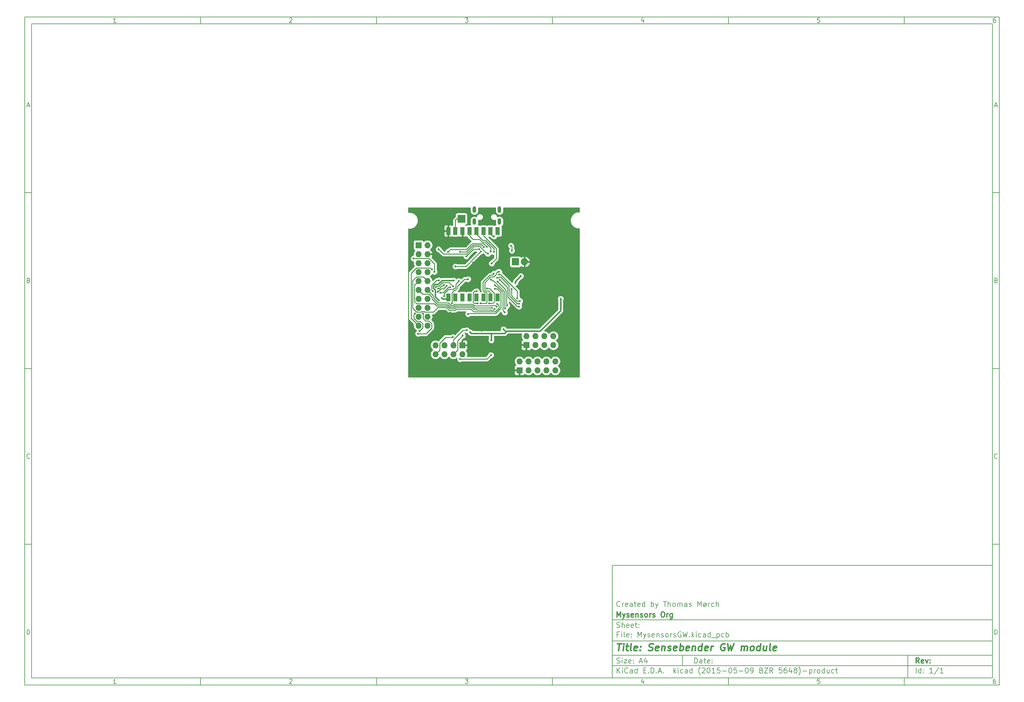
<source format=gbr>
G04 #@! TF.FileFunction,Copper,L2,Bot,Plane*
%FSLAX46Y46*%
G04 Gerber Fmt 4.6, Leading zero omitted, Abs format (unit mm)*
G04 Created by KiCad (PCBNEW (2015-05-09 BZR 5648)-product) date lør 18 jul 2015 10:52:48 CEST*
%MOMM*%
G01*
G04 APERTURE LIST*
%ADD10C,0.100000*%
%ADD11C,0.150000*%
%ADD12C,0.300000*%
%ADD13C,0.400000*%
%ADD14O,1.727200X1.727200*%
%ADD15R,1.727200X1.727200*%
%ADD16R,2.235200X2.235200*%
%ADD17O,1.050000X1.850000*%
%ADD18R,2.032000X2.032000*%
%ADD19O,2.032000X2.032000*%
%ADD20R,1.200000X2.200000*%
%ADD21C,0.600000*%
%ADD22C,0.381000*%
%ADD23C,0.254000*%
G04 APERTURE END LIST*
D10*
D11*
X177002200Y-166007200D02*
X177002200Y-198007200D01*
X285002200Y-198007200D01*
X285002200Y-166007200D01*
X177002200Y-166007200D01*
D10*
D11*
X10000000Y-10000000D02*
X10000000Y-200007200D01*
X287002200Y-200007200D01*
X287002200Y-10000000D01*
X10000000Y-10000000D01*
D10*
D11*
X12000000Y-12000000D02*
X12000000Y-198007200D01*
X285002200Y-198007200D01*
X285002200Y-12000000D01*
X12000000Y-12000000D01*
D10*
D11*
X60000000Y-12000000D02*
X60000000Y-10000000D01*
D10*
D11*
X110000000Y-12000000D02*
X110000000Y-10000000D01*
D10*
D11*
X160000000Y-12000000D02*
X160000000Y-10000000D01*
D10*
D11*
X210000000Y-12000000D02*
X210000000Y-10000000D01*
D10*
D11*
X260000000Y-12000000D02*
X260000000Y-10000000D01*
D10*
D11*
X35990476Y-11588095D02*
X35247619Y-11588095D01*
X35619048Y-11588095D02*
X35619048Y-10288095D01*
X35495238Y-10473810D01*
X35371429Y-10597619D01*
X35247619Y-10659524D01*
D10*
D11*
X85247619Y-10411905D02*
X85309524Y-10350000D01*
X85433333Y-10288095D01*
X85742857Y-10288095D01*
X85866667Y-10350000D01*
X85928571Y-10411905D01*
X85990476Y-10535714D01*
X85990476Y-10659524D01*
X85928571Y-10845238D01*
X85185714Y-11588095D01*
X85990476Y-11588095D01*
D10*
D11*
X135185714Y-10288095D02*
X135990476Y-10288095D01*
X135557143Y-10783333D01*
X135742857Y-10783333D01*
X135866667Y-10845238D01*
X135928571Y-10907143D01*
X135990476Y-11030952D01*
X135990476Y-11340476D01*
X135928571Y-11464286D01*
X135866667Y-11526190D01*
X135742857Y-11588095D01*
X135371429Y-11588095D01*
X135247619Y-11526190D01*
X135185714Y-11464286D01*
D10*
D11*
X185866667Y-10721429D02*
X185866667Y-11588095D01*
X185557143Y-10226190D02*
X185247619Y-11154762D01*
X186052381Y-11154762D01*
D10*
D11*
X235928571Y-10288095D02*
X235309524Y-10288095D01*
X235247619Y-10907143D01*
X235309524Y-10845238D01*
X235433333Y-10783333D01*
X235742857Y-10783333D01*
X235866667Y-10845238D01*
X235928571Y-10907143D01*
X235990476Y-11030952D01*
X235990476Y-11340476D01*
X235928571Y-11464286D01*
X235866667Y-11526190D01*
X235742857Y-11588095D01*
X235433333Y-11588095D01*
X235309524Y-11526190D01*
X235247619Y-11464286D01*
D10*
D11*
X285866667Y-10288095D02*
X285619048Y-10288095D01*
X285495238Y-10350000D01*
X285433333Y-10411905D01*
X285309524Y-10597619D01*
X285247619Y-10845238D01*
X285247619Y-11340476D01*
X285309524Y-11464286D01*
X285371429Y-11526190D01*
X285495238Y-11588095D01*
X285742857Y-11588095D01*
X285866667Y-11526190D01*
X285928571Y-11464286D01*
X285990476Y-11340476D01*
X285990476Y-11030952D01*
X285928571Y-10907143D01*
X285866667Y-10845238D01*
X285742857Y-10783333D01*
X285495238Y-10783333D01*
X285371429Y-10845238D01*
X285309524Y-10907143D01*
X285247619Y-11030952D01*
D10*
D11*
X60000000Y-198007200D02*
X60000000Y-200007200D01*
D10*
D11*
X110000000Y-198007200D02*
X110000000Y-200007200D01*
D10*
D11*
X160000000Y-198007200D02*
X160000000Y-200007200D01*
D10*
D11*
X210000000Y-198007200D02*
X210000000Y-200007200D01*
D10*
D11*
X260000000Y-198007200D02*
X260000000Y-200007200D01*
D10*
D11*
X35990476Y-199595295D02*
X35247619Y-199595295D01*
X35619048Y-199595295D02*
X35619048Y-198295295D01*
X35495238Y-198481010D01*
X35371429Y-198604819D01*
X35247619Y-198666724D01*
D10*
D11*
X85247619Y-198419105D02*
X85309524Y-198357200D01*
X85433333Y-198295295D01*
X85742857Y-198295295D01*
X85866667Y-198357200D01*
X85928571Y-198419105D01*
X85990476Y-198542914D01*
X85990476Y-198666724D01*
X85928571Y-198852438D01*
X85185714Y-199595295D01*
X85990476Y-199595295D01*
D10*
D11*
X135185714Y-198295295D02*
X135990476Y-198295295D01*
X135557143Y-198790533D01*
X135742857Y-198790533D01*
X135866667Y-198852438D01*
X135928571Y-198914343D01*
X135990476Y-199038152D01*
X135990476Y-199347676D01*
X135928571Y-199471486D01*
X135866667Y-199533390D01*
X135742857Y-199595295D01*
X135371429Y-199595295D01*
X135247619Y-199533390D01*
X135185714Y-199471486D01*
D10*
D11*
X185866667Y-198728629D02*
X185866667Y-199595295D01*
X185557143Y-198233390D02*
X185247619Y-199161962D01*
X186052381Y-199161962D01*
D10*
D11*
X235928571Y-198295295D02*
X235309524Y-198295295D01*
X235247619Y-198914343D01*
X235309524Y-198852438D01*
X235433333Y-198790533D01*
X235742857Y-198790533D01*
X235866667Y-198852438D01*
X235928571Y-198914343D01*
X235990476Y-199038152D01*
X235990476Y-199347676D01*
X235928571Y-199471486D01*
X235866667Y-199533390D01*
X235742857Y-199595295D01*
X235433333Y-199595295D01*
X235309524Y-199533390D01*
X235247619Y-199471486D01*
D10*
D11*
X285866667Y-198295295D02*
X285619048Y-198295295D01*
X285495238Y-198357200D01*
X285433333Y-198419105D01*
X285309524Y-198604819D01*
X285247619Y-198852438D01*
X285247619Y-199347676D01*
X285309524Y-199471486D01*
X285371429Y-199533390D01*
X285495238Y-199595295D01*
X285742857Y-199595295D01*
X285866667Y-199533390D01*
X285928571Y-199471486D01*
X285990476Y-199347676D01*
X285990476Y-199038152D01*
X285928571Y-198914343D01*
X285866667Y-198852438D01*
X285742857Y-198790533D01*
X285495238Y-198790533D01*
X285371429Y-198852438D01*
X285309524Y-198914343D01*
X285247619Y-199038152D01*
D10*
D11*
X10000000Y-60000000D02*
X12000000Y-60000000D01*
D10*
D11*
X10000000Y-110000000D02*
X12000000Y-110000000D01*
D10*
D11*
X10000000Y-160000000D02*
X12000000Y-160000000D01*
D10*
D11*
X10690476Y-35216667D02*
X11309524Y-35216667D01*
X10566667Y-35588095D02*
X11000000Y-34288095D01*
X11433333Y-35588095D01*
D10*
D11*
X11092857Y-84907143D02*
X11278571Y-84969048D01*
X11340476Y-85030952D01*
X11402381Y-85154762D01*
X11402381Y-85340476D01*
X11340476Y-85464286D01*
X11278571Y-85526190D01*
X11154762Y-85588095D01*
X10659524Y-85588095D01*
X10659524Y-84288095D01*
X11092857Y-84288095D01*
X11216667Y-84350000D01*
X11278571Y-84411905D01*
X11340476Y-84535714D01*
X11340476Y-84659524D01*
X11278571Y-84783333D01*
X11216667Y-84845238D01*
X11092857Y-84907143D01*
X10659524Y-84907143D01*
D10*
D11*
X11402381Y-135464286D02*
X11340476Y-135526190D01*
X11154762Y-135588095D01*
X11030952Y-135588095D01*
X10845238Y-135526190D01*
X10721429Y-135402381D01*
X10659524Y-135278571D01*
X10597619Y-135030952D01*
X10597619Y-134845238D01*
X10659524Y-134597619D01*
X10721429Y-134473810D01*
X10845238Y-134350000D01*
X11030952Y-134288095D01*
X11154762Y-134288095D01*
X11340476Y-134350000D01*
X11402381Y-134411905D01*
D10*
D11*
X10659524Y-185588095D02*
X10659524Y-184288095D01*
X10969048Y-184288095D01*
X11154762Y-184350000D01*
X11278571Y-184473810D01*
X11340476Y-184597619D01*
X11402381Y-184845238D01*
X11402381Y-185030952D01*
X11340476Y-185278571D01*
X11278571Y-185402381D01*
X11154762Y-185526190D01*
X10969048Y-185588095D01*
X10659524Y-185588095D01*
D10*
D11*
X287002200Y-60000000D02*
X285002200Y-60000000D01*
D10*
D11*
X287002200Y-110000000D02*
X285002200Y-110000000D01*
D10*
D11*
X287002200Y-160000000D02*
X285002200Y-160000000D01*
D10*
D11*
X285692676Y-35216667D02*
X286311724Y-35216667D01*
X285568867Y-35588095D02*
X286002200Y-34288095D01*
X286435533Y-35588095D01*
D10*
D11*
X286095057Y-84907143D02*
X286280771Y-84969048D01*
X286342676Y-85030952D01*
X286404581Y-85154762D01*
X286404581Y-85340476D01*
X286342676Y-85464286D01*
X286280771Y-85526190D01*
X286156962Y-85588095D01*
X285661724Y-85588095D01*
X285661724Y-84288095D01*
X286095057Y-84288095D01*
X286218867Y-84350000D01*
X286280771Y-84411905D01*
X286342676Y-84535714D01*
X286342676Y-84659524D01*
X286280771Y-84783333D01*
X286218867Y-84845238D01*
X286095057Y-84907143D01*
X285661724Y-84907143D01*
D10*
D11*
X286404581Y-135464286D02*
X286342676Y-135526190D01*
X286156962Y-135588095D01*
X286033152Y-135588095D01*
X285847438Y-135526190D01*
X285723629Y-135402381D01*
X285661724Y-135278571D01*
X285599819Y-135030952D01*
X285599819Y-134845238D01*
X285661724Y-134597619D01*
X285723629Y-134473810D01*
X285847438Y-134350000D01*
X286033152Y-134288095D01*
X286156962Y-134288095D01*
X286342676Y-134350000D01*
X286404581Y-134411905D01*
D10*
D11*
X285661724Y-185588095D02*
X285661724Y-184288095D01*
X285971248Y-184288095D01*
X286156962Y-184350000D01*
X286280771Y-184473810D01*
X286342676Y-184597619D01*
X286404581Y-184845238D01*
X286404581Y-185030952D01*
X286342676Y-185278571D01*
X286280771Y-185402381D01*
X286156962Y-185526190D01*
X285971248Y-185588095D01*
X285661724Y-185588095D01*
D10*
D11*
X200359343Y-193785771D02*
X200359343Y-192285771D01*
X200716486Y-192285771D01*
X200930771Y-192357200D01*
X201073629Y-192500057D01*
X201145057Y-192642914D01*
X201216486Y-192928629D01*
X201216486Y-193142914D01*
X201145057Y-193428629D01*
X201073629Y-193571486D01*
X200930771Y-193714343D01*
X200716486Y-193785771D01*
X200359343Y-193785771D01*
X202502200Y-193785771D02*
X202502200Y-193000057D01*
X202430771Y-192857200D01*
X202287914Y-192785771D01*
X202002200Y-192785771D01*
X201859343Y-192857200D01*
X202502200Y-193714343D02*
X202359343Y-193785771D01*
X202002200Y-193785771D01*
X201859343Y-193714343D01*
X201787914Y-193571486D01*
X201787914Y-193428629D01*
X201859343Y-193285771D01*
X202002200Y-193214343D01*
X202359343Y-193214343D01*
X202502200Y-193142914D01*
X203002200Y-192785771D02*
X203573629Y-192785771D01*
X203216486Y-192285771D02*
X203216486Y-193571486D01*
X203287914Y-193714343D01*
X203430772Y-193785771D01*
X203573629Y-193785771D01*
X204645057Y-193714343D02*
X204502200Y-193785771D01*
X204216486Y-193785771D01*
X204073629Y-193714343D01*
X204002200Y-193571486D01*
X204002200Y-193000057D01*
X204073629Y-192857200D01*
X204216486Y-192785771D01*
X204502200Y-192785771D01*
X204645057Y-192857200D01*
X204716486Y-193000057D01*
X204716486Y-193142914D01*
X204002200Y-193285771D01*
X205359343Y-193642914D02*
X205430771Y-193714343D01*
X205359343Y-193785771D01*
X205287914Y-193714343D01*
X205359343Y-193642914D01*
X205359343Y-193785771D01*
X205359343Y-192857200D02*
X205430771Y-192928629D01*
X205359343Y-193000057D01*
X205287914Y-192928629D01*
X205359343Y-192857200D01*
X205359343Y-193000057D01*
D10*
D11*
X177002200Y-194507200D02*
X285002200Y-194507200D01*
D10*
D11*
X178359343Y-196585771D02*
X178359343Y-195085771D01*
X179216486Y-196585771D02*
X178573629Y-195728629D01*
X179216486Y-195085771D02*
X178359343Y-195942914D01*
X179859343Y-196585771D02*
X179859343Y-195585771D01*
X179859343Y-195085771D02*
X179787914Y-195157200D01*
X179859343Y-195228629D01*
X179930771Y-195157200D01*
X179859343Y-195085771D01*
X179859343Y-195228629D01*
X181430772Y-196442914D02*
X181359343Y-196514343D01*
X181145057Y-196585771D01*
X181002200Y-196585771D01*
X180787915Y-196514343D01*
X180645057Y-196371486D01*
X180573629Y-196228629D01*
X180502200Y-195942914D01*
X180502200Y-195728629D01*
X180573629Y-195442914D01*
X180645057Y-195300057D01*
X180787915Y-195157200D01*
X181002200Y-195085771D01*
X181145057Y-195085771D01*
X181359343Y-195157200D01*
X181430772Y-195228629D01*
X182716486Y-196585771D02*
X182716486Y-195800057D01*
X182645057Y-195657200D01*
X182502200Y-195585771D01*
X182216486Y-195585771D01*
X182073629Y-195657200D01*
X182716486Y-196514343D02*
X182573629Y-196585771D01*
X182216486Y-196585771D01*
X182073629Y-196514343D01*
X182002200Y-196371486D01*
X182002200Y-196228629D01*
X182073629Y-196085771D01*
X182216486Y-196014343D01*
X182573629Y-196014343D01*
X182716486Y-195942914D01*
X184073629Y-196585771D02*
X184073629Y-195085771D01*
X184073629Y-196514343D02*
X183930772Y-196585771D01*
X183645058Y-196585771D01*
X183502200Y-196514343D01*
X183430772Y-196442914D01*
X183359343Y-196300057D01*
X183359343Y-195871486D01*
X183430772Y-195728629D01*
X183502200Y-195657200D01*
X183645058Y-195585771D01*
X183930772Y-195585771D01*
X184073629Y-195657200D01*
X185930772Y-195800057D02*
X186430772Y-195800057D01*
X186645058Y-196585771D02*
X185930772Y-196585771D01*
X185930772Y-195085771D01*
X186645058Y-195085771D01*
X187287915Y-196442914D02*
X187359343Y-196514343D01*
X187287915Y-196585771D01*
X187216486Y-196514343D01*
X187287915Y-196442914D01*
X187287915Y-196585771D01*
X188002201Y-196585771D02*
X188002201Y-195085771D01*
X188359344Y-195085771D01*
X188573629Y-195157200D01*
X188716487Y-195300057D01*
X188787915Y-195442914D01*
X188859344Y-195728629D01*
X188859344Y-195942914D01*
X188787915Y-196228629D01*
X188716487Y-196371486D01*
X188573629Y-196514343D01*
X188359344Y-196585771D01*
X188002201Y-196585771D01*
X189502201Y-196442914D02*
X189573629Y-196514343D01*
X189502201Y-196585771D01*
X189430772Y-196514343D01*
X189502201Y-196442914D01*
X189502201Y-196585771D01*
X190145058Y-196157200D02*
X190859344Y-196157200D01*
X190002201Y-196585771D02*
X190502201Y-195085771D01*
X191002201Y-196585771D01*
X191502201Y-196442914D02*
X191573629Y-196514343D01*
X191502201Y-196585771D01*
X191430772Y-196514343D01*
X191502201Y-196442914D01*
X191502201Y-196585771D01*
X194502201Y-196585771D02*
X194502201Y-195085771D01*
X194645058Y-196014343D02*
X195073629Y-196585771D01*
X195073629Y-195585771D02*
X194502201Y-196157200D01*
X195716487Y-196585771D02*
X195716487Y-195585771D01*
X195716487Y-195085771D02*
X195645058Y-195157200D01*
X195716487Y-195228629D01*
X195787915Y-195157200D01*
X195716487Y-195085771D01*
X195716487Y-195228629D01*
X197073630Y-196514343D02*
X196930773Y-196585771D01*
X196645059Y-196585771D01*
X196502201Y-196514343D01*
X196430773Y-196442914D01*
X196359344Y-196300057D01*
X196359344Y-195871486D01*
X196430773Y-195728629D01*
X196502201Y-195657200D01*
X196645059Y-195585771D01*
X196930773Y-195585771D01*
X197073630Y-195657200D01*
X198359344Y-196585771D02*
X198359344Y-195800057D01*
X198287915Y-195657200D01*
X198145058Y-195585771D01*
X197859344Y-195585771D01*
X197716487Y-195657200D01*
X198359344Y-196514343D02*
X198216487Y-196585771D01*
X197859344Y-196585771D01*
X197716487Y-196514343D01*
X197645058Y-196371486D01*
X197645058Y-196228629D01*
X197716487Y-196085771D01*
X197859344Y-196014343D01*
X198216487Y-196014343D01*
X198359344Y-195942914D01*
X199716487Y-196585771D02*
X199716487Y-195085771D01*
X199716487Y-196514343D02*
X199573630Y-196585771D01*
X199287916Y-196585771D01*
X199145058Y-196514343D01*
X199073630Y-196442914D01*
X199002201Y-196300057D01*
X199002201Y-195871486D01*
X199073630Y-195728629D01*
X199145058Y-195657200D01*
X199287916Y-195585771D01*
X199573630Y-195585771D01*
X199716487Y-195657200D01*
X202002201Y-197157200D02*
X201930773Y-197085771D01*
X201787916Y-196871486D01*
X201716487Y-196728629D01*
X201645058Y-196514343D01*
X201573630Y-196157200D01*
X201573630Y-195871486D01*
X201645058Y-195514343D01*
X201716487Y-195300057D01*
X201787916Y-195157200D01*
X201930773Y-194942914D01*
X202002201Y-194871486D01*
X202502201Y-195228629D02*
X202573630Y-195157200D01*
X202716487Y-195085771D01*
X203073630Y-195085771D01*
X203216487Y-195157200D01*
X203287916Y-195228629D01*
X203359344Y-195371486D01*
X203359344Y-195514343D01*
X203287916Y-195728629D01*
X202430773Y-196585771D01*
X203359344Y-196585771D01*
X204287915Y-195085771D02*
X204430772Y-195085771D01*
X204573629Y-195157200D01*
X204645058Y-195228629D01*
X204716487Y-195371486D01*
X204787915Y-195657200D01*
X204787915Y-196014343D01*
X204716487Y-196300057D01*
X204645058Y-196442914D01*
X204573629Y-196514343D01*
X204430772Y-196585771D01*
X204287915Y-196585771D01*
X204145058Y-196514343D01*
X204073629Y-196442914D01*
X204002201Y-196300057D01*
X203930772Y-196014343D01*
X203930772Y-195657200D01*
X204002201Y-195371486D01*
X204073629Y-195228629D01*
X204145058Y-195157200D01*
X204287915Y-195085771D01*
X206216486Y-196585771D02*
X205359343Y-196585771D01*
X205787915Y-196585771D02*
X205787915Y-195085771D01*
X205645058Y-195300057D01*
X205502200Y-195442914D01*
X205359343Y-195514343D01*
X207573629Y-195085771D02*
X206859343Y-195085771D01*
X206787914Y-195800057D01*
X206859343Y-195728629D01*
X207002200Y-195657200D01*
X207359343Y-195657200D01*
X207502200Y-195728629D01*
X207573629Y-195800057D01*
X207645057Y-195942914D01*
X207645057Y-196300057D01*
X207573629Y-196442914D01*
X207502200Y-196514343D01*
X207359343Y-196585771D01*
X207002200Y-196585771D01*
X206859343Y-196514343D01*
X206787914Y-196442914D01*
X208287914Y-196014343D02*
X209430771Y-196014343D01*
X210430771Y-195085771D02*
X210573628Y-195085771D01*
X210716485Y-195157200D01*
X210787914Y-195228629D01*
X210859343Y-195371486D01*
X210930771Y-195657200D01*
X210930771Y-196014343D01*
X210859343Y-196300057D01*
X210787914Y-196442914D01*
X210716485Y-196514343D01*
X210573628Y-196585771D01*
X210430771Y-196585771D01*
X210287914Y-196514343D01*
X210216485Y-196442914D01*
X210145057Y-196300057D01*
X210073628Y-196014343D01*
X210073628Y-195657200D01*
X210145057Y-195371486D01*
X210216485Y-195228629D01*
X210287914Y-195157200D01*
X210430771Y-195085771D01*
X212287914Y-195085771D02*
X211573628Y-195085771D01*
X211502199Y-195800057D01*
X211573628Y-195728629D01*
X211716485Y-195657200D01*
X212073628Y-195657200D01*
X212216485Y-195728629D01*
X212287914Y-195800057D01*
X212359342Y-195942914D01*
X212359342Y-196300057D01*
X212287914Y-196442914D01*
X212216485Y-196514343D01*
X212073628Y-196585771D01*
X211716485Y-196585771D01*
X211573628Y-196514343D01*
X211502199Y-196442914D01*
X213002199Y-196014343D02*
X214145056Y-196014343D01*
X215145056Y-195085771D02*
X215287913Y-195085771D01*
X215430770Y-195157200D01*
X215502199Y-195228629D01*
X215573628Y-195371486D01*
X215645056Y-195657200D01*
X215645056Y-196014343D01*
X215573628Y-196300057D01*
X215502199Y-196442914D01*
X215430770Y-196514343D01*
X215287913Y-196585771D01*
X215145056Y-196585771D01*
X215002199Y-196514343D01*
X214930770Y-196442914D01*
X214859342Y-196300057D01*
X214787913Y-196014343D01*
X214787913Y-195657200D01*
X214859342Y-195371486D01*
X214930770Y-195228629D01*
X215002199Y-195157200D01*
X215145056Y-195085771D01*
X216359341Y-196585771D02*
X216645056Y-196585771D01*
X216787913Y-196514343D01*
X216859341Y-196442914D01*
X217002199Y-196228629D01*
X217073627Y-195942914D01*
X217073627Y-195371486D01*
X217002199Y-195228629D01*
X216930770Y-195157200D01*
X216787913Y-195085771D01*
X216502199Y-195085771D01*
X216359341Y-195157200D01*
X216287913Y-195228629D01*
X216216484Y-195371486D01*
X216216484Y-195728629D01*
X216287913Y-195871486D01*
X216359341Y-195942914D01*
X216502199Y-196014343D01*
X216787913Y-196014343D01*
X216930770Y-195942914D01*
X217002199Y-195871486D01*
X217073627Y-195728629D01*
X219359341Y-195800057D02*
X219573627Y-195871486D01*
X219645055Y-195942914D01*
X219716484Y-196085771D01*
X219716484Y-196300057D01*
X219645055Y-196442914D01*
X219573627Y-196514343D01*
X219430769Y-196585771D01*
X218859341Y-196585771D01*
X218859341Y-195085771D01*
X219359341Y-195085771D01*
X219502198Y-195157200D01*
X219573627Y-195228629D01*
X219645055Y-195371486D01*
X219645055Y-195514343D01*
X219573627Y-195657200D01*
X219502198Y-195728629D01*
X219359341Y-195800057D01*
X218859341Y-195800057D01*
X220216484Y-195085771D02*
X221216484Y-195085771D01*
X220216484Y-196585771D01*
X221216484Y-196585771D01*
X222645055Y-196585771D02*
X222145055Y-195871486D01*
X221787912Y-196585771D02*
X221787912Y-195085771D01*
X222359340Y-195085771D01*
X222502198Y-195157200D01*
X222573626Y-195228629D01*
X222645055Y-195371486D01*
X222645055Y-195585771D01*
X222573626Y-195728629D01*
X222502198Y-195800057D01*
X222359340Y-195871486D01*
X221787912Y-195871486D01*
X225145055Y-195085771D02*
X224430769Y-195085771D01*
X224359340Y-195800057D01*
X224430769Y-195728629D01*
X224573626Y-195657200D01*
X224930769Y-195657200D01*
X225073626Y-195728629D01*
X225145055Y-195800057D01*
X225216483Y-195942914D01*
X225216483Y-196300057D01*
X225145055Y-196442914D01*
X225073626Y-196514343D01*
X224930769Y-196585771D01*
X224573626Y-196585771D01*
X224430769Y-196514343D01*
X224359340Y-196442914D01*
X226502197Y-195085771D02*
X226216483Y-195085771D01*
X226073626Y-195157200D01*
X226002197Y-195228629D01*
X225859340Y-195442914D01*
X225787911Y-195728629D01*
X225787911Y-196300057D01*
X225859340Y-196442914D01*
X225930768Y-196514343D01*
X226073626Y-196585771D01*
X226359340Y-196585771D01*
X226502197Y-196514343D01*
X226573626Y-196442914D01*
X226645054Y-196300057D01*
X226645054Y-195942914D01*
X226573626Y-195800057D01*
X226502197Y-195728629D01*
X226359340Y-195657200D01*
X226073626Y-195657200D01*
X225930768Y-195728629D01*
X225859340Y-195800057D01*
X225787911Y-195942914D01*
X227930768Y-195585771D02*
X227930768Y-196585771D01*
X227573625Y-195014343D02*
X227216482Y-196085771D01*
X228145054Y-196085771D01*
X228930768Y-195728629D02*
X228787910Y-195657200D01*
X228716482Y-195585771D01*
X228645053Y-195442914D01*
X228645053Y-195371486D01*
X228716482Y-195228629D01*
X228787910Y-195157200D01*
X228930768Y-195085771D01*
X229216482Y-195085771D01*
X229359339Y-195157200D01*
X229430768Y-195228629D01*
X229502196Y-195371486D01*
X229502196Y-195442914D01*
X229430768Y-195585771D01*
X229359339Y-195657200D01*
X229216482Y-195728629D01*
X228930768Y-195728629D01*
X228787910Y-195800057D01*
X228716482Y-195871486D01*
X228645053Y-196014343D01*
X228645053Y-196300057D01*
X228716482Y-196442914D01*
X228787910Y-196514343D01*
X228930768Y-196585771D01*
X229216482Y-196585771D01*
X229359339Y-196514343D01*
X229430768Y-196442914D01*
X229502196Y-196300057D01*
X229502196Y-196014343D01*
X229430768Y-195871486D01*
X229359339Y-195800057D01*
X229216482Y-195728629D01*
X230002196Y-197157200D02*
X230073624Y-197085771D01*
X230216481Y-196871486D01*
X230287910Y-196728629D01*
X230359339Y-196514343D01*
X230430767Y-196157200D01*
X230430767Y-195871486D01*
X230359339Y-195514343D01*
X230287910Y-195300057D01*
X230216481Y-195157200D01*
X230073624Y-194942914D01*
X230002196Y-194871486D01*
X231145053Y-196014343D02*
X232287910Y-196014343D01*
X233002196Y-195585771D02*
X233002196Y-197085771D01*
X233002196Y-195657200D02*
X233145053Y-195585771D01*
X233430767Y-195585771D01*
X233573624Y-195657200D01*
X233645053Y-195728629D01*
X233716482Y-195871486D01*
X233716482Y-196300057D01*
X233645053Y-196442914D01*
X233573624Y-196514343D01*
X233430767Y-196585771D01*
X233145053Y-196585771D01*
X233002196Y-196514343D01*
X234359339Y-196585771D02*
X234359339Y-195585771D01*
X234359339Y-195871486D02*
X234430767Y-195728629D01*
X234502196Y-195657200D01*
X234645053Y-195585771D01*
X234787910Y-195585771D01*
X235502196Y-196585771D02*
X235359338Y-196514343D01*
X235287910Y-196442914D01*
X235216481Y-196300057D01*
X235216481Y-195871486D01*
X235287910Y-195728629D01*
X235359338Y-195657200D01*
X235502196Y-195585771D01*
X235716481Y-195585771D01*
X235859338Y-195657200D01*
X235930767Y-195728629D01*
X236002196Y-195871486D01*
X236002196Y-196300057D01*
X235930767Y-196442914D01*
X235859338Y-196514343D01*
X235716481Y-196585771D01*
X235502196Y-196585771D01*
X237287910Y-196585771D02*
X237287910Y-195085771D01*
X237287910Y-196514343D02*
X237145053Y-196585771D01*
X236859339Y-196585771D01*
X236716481Y-196514343D01*
X236645053Y-196442914D01*
X236573624Y-196300057D01*
X236573624Y-195871486D01*
X236645053Y-195728629D01*
X236716481Y-195657200D01*
X236859339Y-195585771D01*
X237145053Y-195585771D01*
X237287910Y-195657200D01*
X238645053Y-195585771D02*
X238645053Y-196585771D01*
X238002196Y-195585771D02*
X238002196Y-196371486D01*
X238073624Y-196514343D01*
X238216482Y-196585771D01*
X238430767Y-196585771D01*
X238573624Y-196514343D01*
X238645053Y-196442914D01*
X240002196Y-196514343D02*
X239859339Y-196585771D01*
X239573625Y-196585771D01*
X239430767Y-196514343D01*
X239359339Y-196442914D01*
X239287910Y-196300057D01*
X239287910Y-195871486D01*
X239359339Y-195728629D01*
X239430767Y-195657200D01*
X239573625Y-195585771D01*
X239859339Y-195585771D01*
X240002196Y-195657200D01*
X240430767Y-195585771D02*
X241002196Y-195585771D01*
X240645053Y-195085771D02*
X240645053Y-196371486D01*
X240716481Y-196514343D01*
X240859339Y-196585771D01*
X241002196Y-196585771D01*
D10*
D11*
X177002200Y-191507200D02*
X285002200Y-191507200D01*
D10*
D12*
X264216486Y-193785771D02*
X263716486Y-193071486D01*
X263359343Y-193785771D02*
X263359343Y-192285771D01*
X263930771Y-192285771D01*
X264073629Y-192357200D01*
X264145057Y-192428629D01*
X264216486Y-192571486D01*
X264216486Y-192785771D01*
X264145057Y-192928629D01*
X264073629Y-193000057D01*
X263930771Y-193071486D01*
X263359343Y-193071486D01*
X265430771Y-193714343D02*
X265287914Y-193785771D01*
X265002200Y-193785771D01*
X264859343Y-193714343D01*
X264787914Y-193571486D01*
X264787914Y-193000057D01*
X264859343Y-192857200D01*
X265002200Y-192785771D01*
X265287914Y-192785771D01*
X265430771Y-192857200D01*
X265502200Y-193000057D01*
X265502200Y-193142914D01*
X264787914Y-193285771D01*
X266002200Y-192785771D02*
X266359343Y-193785771D01*
X266716485Y-192785771D01*
X267287914Y-193642914D02*
X267359342Y-193714343D01*
X267287914Y-193785771D01*
X267216485Y-193714343D01*
X267287914Y-193642914D01*
X267287914Y-193785771D01*
X267287914Y-192857200D02*
X267359342Y-192928629D01*
X267287914Y-193000057D01*
X267216485Y-192928629D01*
X267287914Y-192857200D01*
X267287914Y-193000057D01*
D10*
D11*
X178287914Y-193714343D02*
X178502200Y-193785771D01*
X178859343Y-193785771D01*
X179002200Y-193714343D01*
X179073629Y-193642914D01*
X179145057Y-193500057D01*
X179145057Y-193357200D01*
X179073629Y-193214343D01*
X179002200Y-193142914D01*
X178859343Y-193071486D01*
X178573629Y-193000057D01*
X178430771Y-192928629D01*
X178359343Y-192857200D01*
X178287914Y-192714343D01*
X178287914Y-192571486D01*
X178359343Y-192428629D01*
X178430771Y-192357200D01*
X178573629Y-192285771D01*
X178930771Y-192285771D01*
X179145057Y-192357200D01*
X179787914Y-193785771D02*
X179787914Y-192785771D01*
X179787914Y-192285771D02*
X179716485Y-192357200D01*
X179787914Y-192428629D01*
X179859342Y-192357200D01*
X179787914Y-192285771D01*
X179787914Y-192428629D01*
X180359343Y-192785771D02*
X181145057Y-192785771D01*
X180359343Y-193785771D01*
X181145057Y-193785771D01*
X182287914Y-193714343D02*
X182145057Y-193785771D01*
X181859343Y-193785771D01*
X181716486Y-193714343D01*
X181645057Y-193571486D01*
X181645057Y-193000057D01*
X181716486Y-192857200D01*
X181859343Y-192785771D01*
X182145057Y-192785771D01*
X182287914Y-192857200D01*
X182359343Y-193000057D01*
X182359343Y-193142914D01*
X181645057Y-193285771D01*
X183002200Y-193642914D02*
X183073628Y-193714343D01*
X183002200Y-193785771D01*
X182930771Y-193714343D01*
X183002200Y-193642914D01*
X183002200Y-193785771D01*
X183002200Y-192857200D02*
X183073628Y-192928629D01*
X183002200Y-193000057D01*
X182930771Y-192928629D01*
X183002200Y-192857200D01*
X183002200Y-193000057D01*
X184787914Y-193357200D02*
X185502200Y-193357200D01*
X184645057Y-193785771D02*
X185145057Y-192285771D01*
X185645057Y-193785771D01*
X186787914Y-192785771D02*
X186787914Y-193785771D01*
X186430771Y-192214343D02*
X186073628Y-193285771D01*
X187002200Y-193285771D01*
D10*
D11*
X263359343Y-196585771D02*
X263359343Y-195085771D01*
X264716486Y-196585771D02*
X264716486Y-195085771D01*
X264716486Y-196514343D02*
X264573629Y-196585771D01*
X264287915Y-196585771D01*
X264145057Y-196514343D01*
X264073629Y-196442914D01*
X264002200Y-196300057D01*
X264002200Y-195871486D01*
X264073629Y-195728629D01*
X264145057Y-195657200D01*
X264287915Y-195585771D01*
X264573629Y-195585771D01*
X264716486Y-195657200D01*
X265430772Y-196442914D02*
X265502200Y-196514343D01*
X265430772Y-196585771D01*
X265359343Y-196514343D01*
X265430772Y-196442914D01*
X265430772Y-196585771D01*
X265430772Y-195657200D02*
X265502200Y-195728629D01*
X265430772Y-195800057D01*
X265359343Y-195728629D01*
X265430772Y-195657200D01*
X265430772Y-195800057D01*
X268073629Y-196585771D02*
X267216486Y-196585771D01*
X267645058Y-196585771D02*
X267645058Y-195085771D01*
X267502201Y-195300057D01*
X267359343Y-195442914D01*
X267216486Y-195514343D01*
X269787914Y-195014343D02*
X268502200Y-196942914D01*
X271073629Y-196585771D02*
X270216486Y-196585771D01*
X270645058Y-196585771D02*
X270645058Y-195085771D01*
X270502201Y-195300057D01*
X270359343Y-195442914D01*
X270216486Y-195514343D01*
D10*
D11*
X177002200Y-187507200D02*
X285002200Y-187507200D01*
D10*
D13*
X178454581Y-188211962D02*
X179597438Y-188211962D01*
X178776010Y-190211962D02*
X179026010Y-188211962D01*
X180014105Y-190211962D02*
X180180771Y-188878629D01*
X180264105Y-188211962D02*
X180156962Y-188307200D01*
X180240295Y-188402438D01*
X180347439Y-188307200D01*
X180264105Y-188211962D01*
X180240295Y-188402438D01*
X180847438Y-188878629D02*
X181609343Y-188878629D01*
X181216486Y-188211962D02*
X181002200Y-189926248D01*
X181073630Y-190116724D01*
X181252201Y-190211962D01*
X181442677Y-190211962D01*
X182395058Y-190211962D02*
X182216487Y-190116724D01*
X182145057Y-189926248D01*
X182359343Y-188211962D01*
X183930772Y-190116724D02*
X183728391Y-190211962D01*
X183347439Y-190211962D01*
X183168867Y-190116724D01*
X183097438Y-189926248D01*
X183192676Y-189164343D01*
X183311724Y-188973867D01*
X183514105Y-188878629D01*
X183895057Y-188878629D01*
X184073629Y-188973867D01*
X184145057Y-189164343D01*
X184121248Y-189354819D01*
X183145057Y-189545295D01*
X184895057Y-190021486D02*
X184978392Y-190116724D01*
X184871248Y-190211962D01*
X184787915Y-190116724D01*
X184895057Y-190021486D01*
X184871248Y-190211962D01*
X185026010Y-188973867D02*
X185109344Y-189069105D01*
X185002200Y-189164343D01*
X184918867Y-189069105D01*
X185026010Y-188973867D01*
X185002200Y-189164343D01*
X187264106Y-190116724D02*
X187537916Y-190211962D01*
X188014106Y-190211962D01*
X188216487Y-190116724D01*
X188323629Y-190021486D01*
X188442678Y-189831010D01*
X188466487Y-189640533D01*
X188395058Y-189450057D01*
X188311725Y-189354819D01*
X188133153Y-189259581D01*
X187764106Y-189164343D01*
X187585535Y-189069105D01*
X187502201Y-188973867D01*
X187430772Y-188783390D01*
X187454582Y-188592914D01*
X187573629Y-188402438D01*
X187680773Y-188307200D01*
X187883154Y-188211962D01*
X188359344Y-188211962D01*
X188633154Y-188307200D01*
X190026011Y-190116724D02*
X189823630Y-190211962D01*
X189442678Y-190211962D01*
X189264106Y-190116724D01*
X189192677Y-189926248D01*
X189287915Y-189164343D01*
X189406963Y-188973867D01*
X189609344Y-188878629D01*
X189990296Y-188878629D01*
X190168868Y-188973867D01*
X190240296Y-189164343D01*
X190216487Y-189354819D01*
X189240296Y-189545295D01*
X191133153Y-188878629D02*
X190966487Y-190211962D01*
X191109344Y-189069105D02*
X191216488Y-188973867D01*
X191418868Y-188878629D01*
X191704582Y-188878629D01*
X191883154Y-188973867D01*
X191954582Y-189164343D01*
X191823630Y-190211962D01*
X192692678Y-190116724D02*
X192871250Y-190211962D01*
X193252202Y-190211962D01*
X193454583Y-190116724D01*
X193573630Y-189926248D01*
X193585535Y-189831010D01*
X193514106Y-189640533D01*
X193335535Y-189545295D01*
X193049821Y-189545295D01*
X192871249Y-189450057D01*
X192799820Y-189259581D01*
X192811725Y-189164343D01*
X192930773Y-188973867D01*
X193133154Y-188878629D01*
X193418868Y-188878629D01*
X193597440Y-188973867D01*
X195168869Y-190116724D02*
X194966488Y-190211962D01*
X194585536Y-190211962D01*
X194406964Y-190116724D01*
X194335535Y-189926248D01*
X194430773Y-189164343D01*
X194549821Y-188973867D01*
X194752202Y-188878629D01*
X195133154Y-188878629D01*
X195311726Y-188973867D01*
X195383154Y-189164343D01*
X195359345Y-189354819D01*
X194383154Y-189545295D01*
X196109345Y-190211962D02*
X196359345Y-188211962D01*
X196264107Y-188973867D02*
X196466488Y-188878629D01*
X196847440Y-188878629D01*
X197026012Y-188973867D01*
X197109345Y-189069105D01*
X197180773Y-189259581D01*
X197109345Y-189831010D01*
X196990297Y-190021486D01*
X196883155Y-190116724D01*
X196680774Y-190211962D01*
X196299822Y-190211962D01*
X196121250Y-190116724D01*
X198692679Y-190116724D02*
X198490298Y-190211962D01*
X198109346Y-190211962D01*
X197930774Y-190116724D01*
X197859345Y-189926248D01*
X197954583Y-189164343D01*
X198073631Y-188973867D01*
X198276012Y-188878629D01*
X198656964Y-188878629D01*
X198835536Y-188973867D01*
X198906964Y-189164343D01*
X198883155Y-189354819D01*
X197906964Y-189545295D01*
X199799821Y-188878629D02*
X199633155Y-190211962D01*
X199776012Y-189069105D02*
X199883156Y-188973867D01*
X200085536Y-188878629D01*
X200371250Y-188878629D01*
X200549822Y-188973867D01*
X200621250Y-189164343D01*
X200490298Y-190211962D01*
X202299822Y-190211962D02*
X202549822Y-188211962D01*
X202311727Y-190116724D02*
X202109346Y-190211962D01*
X201728394Y-190211962D01*
X201549823Y-190116724D01*
X201466488Y-190021486D01*
X201395060Y-189831010D01*
X201466488Y-189259581D01*
X201585536Y-189069105D01*
X201692680Y-188973867D01*
X201895060Y-188878629D01*
X202276012Y-188878629D01*
X202454584Y-188973867D01*
X204026013Y-190116724D02*
X203823632Y-190211962D01*
X203442680Y-190211962D01*
X203264108Y-190116724D01*
X203192679Y-189926248D01*
X203287917Y-189164343D01*
X203406965Y-188973867D01*
X203609346Y-188878629D01*
X203990298Y-188878629D01*
X204168870Y-188973867D01*
X204240298Y-189164343D01*
X204216489Y-189354819D01*
X203240298Y-189545295D01*
X204966489Y-190211962D02*
X205133155Y-188878629D01*
X205085536Y-189259581D02*
X205204585Y-189069105D01*
X205311728Y-188973867D01*
X205514108Y-188878629D01*
X205704584Y-188878629D01*
X209014109Y-188307200D02*
X208835537Y-188211962D01*
X208549823Y-188211962D01*
X208252204Y-188307200D01*
X208037919Y-188497676D01*
X207918870Y-188688152D01*
X207776013Y-189069105D01*
X207740299Y-189354819D01*
X207787918Y-189735771D01*
X207859347Y-189926248D01*
X208026014Y-190116724D01*
X208299823Y-190211962D01*
X208490299Y-190211962D01*
X208787919Y-190116724D01*
X208895061Y-190021486D01*
X208978395Y-189354819D01*
X208597442Y-189354819D01*
X209787918Y-188211962D02*
X210014109Y-190211962D01*
X210573632Y-188783390D01*
X210776014Y-190211962D01*
X211502204Y-188211962D01*
X213537918Y-190211962D02*
X213704584Y-188878629D01*
X213680775Y-189069105D02*
X213787919Y-188973867D01*
X213990299Y-188878629D01*
X214276013Y-188878629D01*
X214454585Y-188973867D01*
X214526013Y-189164343D01*
X214395061Y-190211962D01*
X214526013Y-189164343D02*
X214645061Y-188973867D01*
X214847442Y-188878629D01*
X215133156Y-188878629D01*
X215311728Y-188973867D01*
X215383156Y-189164343D01*
X215252204Y-190211962D01*
X216490300Y-190211962D02*
X216311729Y-190116724D01*
X216228394Y-190021486D01*
X216156966Y-189831010D01*
X216228394Y-189259581D01*
X216347442Y-189069105D01*
X216454586Y-188973867D01*
X216656966Y-188878629D01*
X216942680Y-188878629D01*
X217121252Y-188973867D01*
X217204585Y-189069105D01*
X217276013Y-189259581D01*
X217204585Y-189831010D01*
X217085537Y-190021486D01*
X216978395Y-190116724D01*
X216776014Y-190211962D01*
X216490300Y-190211962D01*
X218871252Y-190211962D02*
X219121252Y-188211962D01*
X218883157Y-190116724D02*
X218680776Y-190211962D01*
X218299824Y-190211962D01*
X218121253Y-190116724D01*
X218037918Y-190021486D01*
X217966490Y-189831010D01*
X218037918Y-189259581D01*
X218156966Y-189069105D01*
X218264110Y-188973867D01*
X218466490Y-188878629D01*
X218847442Y-188878629D01*
X219026014Y-188973867D01*
X220847442Y-188878629D02*
X220680776Y-190211962D01*
X219990299Y-188878629D02*
X219859347Y-189926248D01*
X219930777Y-190116724D01*
X220109348Y-190211962D01*
X220395062Y-190211962D01*
X220597443Y-190116724D01*
X220704585Y-190021486D01*
X221918872Y-190211962D02*
X221740301Y-190116724D01*
X221668871Y-189926248D01*
X221883157Y-188211962D01*
X223454586Y-190116724D02*
X223252205Y-190211962D01*
X222871253Y-190211962D01*
X222692681Y-190116724D01*
X222621252Y-189926248D01*
X222716490Y-189164343D01*
X222835538Y-188973867D01*
X223037919Y-188878629D01*
X223418871Y-188878629D01*
X223597443Y-188973867D01*
X223668871Y-189164343D01*
X223645062Y-189354819D01*
X222668871Y-189545295D01*
D10*
D11*
X178859343Y-185600057D02*
X178359343Y-185600057D01*
X178359343Y-186385771D02*
X178359343Y-184885771D01*
X179073629Y-184885771D01*
X179645057Y-186385771D02*
X179645057Y-185385771D01*
X179645057Y-184885771D02*
X179573628Y-184957200D01*
X179645057Y-185028629D01*
X179716485Y-184957200D01*
X179645057Y-184885771D01*
X179645057Y-185028629D01*
X180573629Y-186385771D02*
X180430771Y-186314343D01*
X180359343Y-186171486D01*
X180359343Y-184885771D01*
X181716485Y-186314343D02*
X181573628Y-186385771D01*
X181287914Y-186385771D01*
X181145057Y-186314343D01*
X181073628Y-186171486D01*
X181073628Y-185600057D01*
X181145057Y-185457200D01*
X181287914Y-185385771D01*
X181573628Y-185385771D01*
X181716485Y-185457200D01*
X181787914Y-185600057D01*
X181787914Y-185742914D01*
X181073628Y-185885771D01*
X182430771Y-186242914D02*
X182502199Y-186314343D01*
X182430771Y-186385771D01*
X182359342Y-186314343D01*
X182430771Y-186242914D01*
X182430771Y-186385771D01*
X182430771Y-185457200D02*
X182502199Y-185528629D01*
X182430771Y-185600057D01*
X182359342Y-185528629D01*
X182430771Y-185457200D01*
X182430771Y-185600057D01*
X184287914Y-186385771D02*
X184287914Y-184885771D01*
X184787914Y-185957200D01*
X185287914Y-184885771D01*
X185287914Y-186385771D01*
X185859343Y-185385771D02*
X186216486Y-186385771D01*
X186573628Y-185385771D02*
X186216486Y-186385771D01*
X186073628Y-186742914D01*
X186002200Y-186814343D01*
X185859343Y-186885771D01*
X187073628Y-186314343D02*
X187216485Y-186385771D01*
X187502200Y-186385771D01*
X187645057Y-186314343D01*
X187716485Y-186171486D01*
X187716485Y-186100057D01*
X187645057Y-185957200D01*
X187502200Y-185885771D01*
X187287914Y-185885771D01*
X187145057Y-185814343D01*
X187073628Y-185671486D01*
X187073628Y-185600057D01*
X187145057Y-185457200D01*
X187287914Y-185385771D01*
X187502200Y-185385771D01*
X187645057Y-185457200D01*
X188930771Y-186314343D02*
X188787914Y-186385771D01*
X188502200Y-186385771D01*
X188359343Y-186314343D01*
X188287914Y-186171486D01*
X188287914Y-185600057D01*
X188359343Y-185457200D01*
X188502200Y-185385771D01*
X188787914Y-185385771D01*
X188930771Y-185457200D01*
X189002200Y-185600057D01*
X189002200Y-185742914D01*
X188287914Y-185885771D01*
X189645057Y-185385771D02*
X189645057Y-186385771D01*
X189645057Y-185528629D02*
X189716485Y-185457200D01*
X189859343Y-185385771D01*
X190073628Y-185385771D01*
X190216485Y-185457200D01*
X190287914Y-185600057D01*
X190287914Y-186385771D01*
X190930771Y-186314343D02*
X191073628Y-186385771D01*
X191359343Y-186385771D01*
X191502200Y-186314343D01*
X191573628Y-186171486D01*
X191573628Y-186100057D01*
X191502200Y-185957200D01*
X191359343Y-185885771D01*
X191145057Y-185885771D01*
X191002200Y-185814343D01*
X190930771Y-185671486D01*
X190930771Y-185600057D01*
X191002200Y-185457200D01*
X191145057Y-185385771D01*
X191359343Y-185385771D01*
X191502200Y-185457200D01*
X192430772Y-186385771D02*
X192287914Y-186314343D01*
X192216486Y-186242914D01*
X192145057Y-186100057D01*
X192145057Y-185671486D01*
X192216486Y-185528629D01*
X192287914Y-185457200D01*
X192430772Y-185385771D01*
X192645057Y-185385771D01*
X192787914Y-185457200D01*
X192859343Y-185528629D01*
X192930772Y-185671486D01*
X192930772Y-186100057D01*
X192859343Y-186242914D01*
X192787914Y-186314343D01*
X192645057Y-186385771D01*
X192430772Y-186385771D01*
X193573629Y-186385771D02*
X193573629Y-185385771D01*
X193573629Y-185671486D02*
X193645057Y-185528629D01*
X193716486Y-185457200D01*
X193859343Y-185385771D01*
X194002200Y-185385771D01*
X194430771Y-186314343D02*
X194573628Y-186385771D01*
X194859343Y-186385771D01*
X195002200Y-186314343D01*
X195073628Y-186171486D01*
X195073628Y-186100057D01*
X195002200Y-185957200D01*
X194859343Y-185885771D01*
X194645057Y-185885771D01*
X194502200Y-185814343D01*
X194430771Y-185671486D01*
X194430771Y-185600057D01*
X194502200Y-185457200D01*
X194645057Y-185385771D01*
X194859343Y-185385771D01*
X195002200Y-185457200D01*
X196502200Y-184957200D02*
X196359343Y-184885771D01*
X196145057Y-184885771D01*
X195930772Y-184957200D01*
X195787914Y-185100057D01*
X195716486Y-185242914D01*
X195645057Y-185528629D01*
X195645057Y-185742914D01*
X195716486Y-186028629D01*
X195787914Y-186171486D01*
X195930772Y-186314343D01*
X196145057Y-186385771D01*
X196287914Y-186385771D01*
X196502200Y-186314343D01*
X196573629Y-186242914D01*
X196573629Y-185742914D01*
X196287914Y-185742914D01*
X197073629Y-184885771D02*
X197430772Y-186385771D01*
X197716486Y-185314343D01*
X198002200Y-186385771D01*
X198359343Y-184885771D01*
X198930772Y-186242914D02*
X199002200Y-186314343D01*
X198930772Y-186385771D01*
X198859343Y-186314343D01*
X198930772Y-186242914D01*
X198930772Y-186385771D01*
X199645058Y-186385771D02*
X199645058Y-184885771D01*
X199787915Y-185814343D02*
X200216486Y-186385771D01*
X200216486Y-185385771D02*
X199645058Y-185957200D01*
X200859344Y-186385771D02*
X200859344Y-185385771D01*
X200859344Y-184885771D02*
X200787915Y-184957200D01*
X200859344Y-185028629D01*
X200930772Y-184957200D01*
X200859344Y-184885771D01*
X200859344Y-185028629D01*
X202216487Y-186314343D02*
X202073630Y-186385771D01*
X201787916Y-186385771D01*
X201645058Y-186314343D01*
X201573630Y-186242914D01*
X201502201Y-186100057D01*
X201502201Y-185671486D01*
X201573630Y-185528629D01*
X201645058Y-185457200D01*
X201787916Y-185385771D01*
X202073630Y-185385771D01*
X202216487Y-185457200D01*
X203502201Y-186385771D02*
X203502201Y-185600057D01*
X203430772Y-185457200D01*
X203287915Y-185385771D01*
X203002201Y-185385771D01*
X202859344Y-185457200D01*
X203502201Y-186314343D02*
X203359344Y-186385771D01*
X203002201Y-186385771D01*
X202859344Y-186314343D01*
X202787915Y-186171486D01*
X202787915Y-186028629D01*
X202859344Y-185885771D01*
X203002201Y-185814343D01*
X203359344Y-185814343D01*
X203502201Y-185742914D01*
X204859344Y-186385771D02*
X204859344Y-184885771D01*
X204859344Y-186314343D02*
X204716487Y-186385771D01*
X204430773Y-186385771D01*
X204287915Y-186314343D01*
X204216487Y-186242914D01*
X204145058Y-186100057D01*
X204145058Y-185671486D01*
X204216487Y-185528629D01*
X204287915Y-185457200D01*
X204430773Y-185385771D01*
X204716487Y-185385771D01*
X204859344Y-185457200D01*
X205216487Y-186528629D02*
X206359344Y-186528629D01*
X206716487Y-185385771D02*
X206716487Y-186885771D01*
X206716487Y-185457200D02*
X206859344Y-185385771D01*
X207145058Y-185385771D01*
X207287915Y-185457200D01*
X207359344Y-185528629D01*
X207430773Y-185671486D01*
X207430773Y-186100057D01*
X207359344Y-186242914D01*
X207287915Y-186314343D01*
X207145058Y-186385771D01*
X206859344Y-186385771D01*
X206716487Y-186314343D01*
X208716487Y-186314343D02*
X208573630Y-186385771D01*
X208287916Y-186385771D01*
X208145058Y-186314343D01*
X208073630Y-186242914D01*
X208002201Y-186100057D01*
X208002201Y-185671486D01*
X208073630Y-185528629D01*
X208145058Y-185457200D01*
X208287916Y-185385771D01*
X208573630Y-185385771D01*
X208716487Y-185457200D01*
X209359344Y-186385771D02*
X209359344Y-184885771D01*
X209359344Y-185457200D02*
X209502201Y-185385771D01*
X209787915Y-185385771D01*
X209930772Y-185457200D01*
X210002201Y-185528629D01*
X210073630Y-185671486D01*
X210073630Y-186100057D01*
X210002201Y-186242914D01*
X209930772Y-186314343D01*
X209787915Y-186385771D01*
X209502201Y-186385771D01*
X209359344Y-186314343D01*
D10*
D11*
X177002200Y-181507200D02*
X285002200Y-181507200D01*
D10*
D11*
X178287914Y-183614343D02*
X178502200Y-183685771D01*
X178859343Y-183685771D01*
X179002200Y-183614343D01*
X179073629Y-183542914D01*
X179145057Y-183400057D01*
X179145057Y-183257200D01*
X179073629Y-183114343D01*
X179002200Y-183042914D01*
X178859343Y-182971486D01*
X178573629Y-182900057D01*
X178430771Y-182828629D01*
X178359343Y-182757200D01*
X178287914Y-182614343D01*
X178287914Y-182471486D01*
X178359343Y-182328629D01*
X178430771Y-182257200D01*
X178573629Y-182185771D01*
X178930771Y-182185771D01*
X179145057Y-182257200D01*
X179787914Y-183685771D02*
X179787914Y-182185771D01*
X180430771Y-183685771D02*
X180430771Y-182900057D01*
X180359342Y-182757200D01*
X180216485Y-182685771D01*
X180002200Y-182685771D01*
X179859342Y-182757200D01*
X179787914Y-182828629D01*
X181716485Y-183614343D02*
X181573628Y-183685771D01*
X181287914Y-183685771D01*
X181145057Y-183614343D01*
X181073628Y-183471486D01*
X181073628Y-182900057D01*
X181145057Y-182757200D01*
X181287914Y-182685771D01*
X181573628Y-182685771D01*
X181716485Y-182757200D01*
X181787914Y-182900057D01*
X181787914Y-183042914D01*
X181073628Y-183185771D01*
X183002199Y-183614343D02*
X182859342Y-183685771D01*
X182573628Y-183685771D01*
X182430771Y-183614343D01*
X182359342Y-183471486D01*
X182359342Y-182900057D01*
X182430771Y-182757200D01*
X182573628Y-182685771D01*
X182859342Y-182685771D01*
X183002199Y-182757200D01*
X183073628Y-182900057D01*
X183073628Y-183042914D01*
X182359342Y-183185771D01*
X183502199Y-182685771D02*
X184073628Y-182685771D01*
X183716485Y-182185771D02*
X183716485Y-183471486D01*
X183787913Y-183614343D01*
X183930771Y-183685771D01*
X184073628Y-183685771D01*
X184573628Y-183542914D02*
X184645056Y-183614343D01*
X184573628Y-183685771D01*
X184502199Y-183614343D01*
X184573628Y-183542914D01*
X184573628Y-183685771D01*
X184573628Y-182757200D02*
X184645056Y-182828629D01*
X184573628Y-182900057D01*
X184502199Y-182828629D01*
X184573628Y-182757200D01*
X184573628Y-182900057D01*
D10*
D12*
X178359343Y-180685771D02*
X178359343Y-179185771D01*
X178859343Y-180257200D01*
X179359343Y-179185771D01*
X179359343Y-180685771D01*
X179930772Y-179685771D02*
X180287915Y-180685771D01*
X180645057Y-179685771D02*
X180287915Y-180685771D01*
X180145057Y-181042914D01*
X180073629Y-181114343D01*
X179930772Y-181185771D01*
X181145057Y-180614343D02*
X181287914Y-180685771D01*
X181573629Y-180685771D01*
X181716486Y-180614343D01*
X181787914Y-180471486D01*
X181787914Y-180400057D01*
X181716486Y-180257200D01*
X181573629Y-180185771D01*
X181359343Y-180185771D01*
X181216486Y-180114343D01*
X181145057Y-179971486D01*
X181145057Y-179900057D01*
X181216486Y-179757200D01*
X181359343Y-179685771D01*
X181573629Y-179685771D01*
X181716486Y-179757200D01*
X183002200Y-180614343D02*
X182859343Y-180685771D01*
X182573629Y-180685771D01*
X182430772Y-180614343D01*
X182359343Y-180471486D01*
X182359343Y-179900057D01*
X182430772Y-179757200D01*
X182573629Y-179685771D01*
X182859343Y-179685771D01*
X183002200Y-179757200D01*
X183073629Y-179900057D01*
X183073629Y-180042914D01*
X182359343Y-180185771D01*
X183716486Y-179685771D02*
X183716486Y-180685771D01*
X183716486Y-179828629D02*
X183787914Y-179757200D01*
X183930772Y-179685771D01*
X184145057Y-179685771D01*
X184287914Y-179757200D01*
X184359343Y-179900057D01*
X184359343Y-180685771D01*
X185002200Y-180614343D02*
X185145057Y-180685771D01*
X185430772Y-180685771D01*
X185573629Y-180614343D01*
X185645057Y-180471486D01*
X185645057Y-180400057D01*
X185573629Y-180257200D01*
X185430772Y-180185771D01*
X185216486Y-180185771D01*
X185073629Y-180114343D01*
X185002200Y-179971486D01*
X185002200Y-179900057D01*
X185073629Y-179757200D01*
X185216486Y-179685771D01*
X185430772Y-179685771D01*
X185573629Y-179757200D01*
X186502201Y-180685771D02*
X186359343Y-180614343D01*
X186287915Y-180542914D01*
X186216486Y-180400057D01*
X186216486Y-179971486D01*
X186287915Y-179828629D01*
X186359343Y-179757200D01*
X186502201Y-179685771D01*
X186716486Y-179685771D01*
X186859343Y-179757200D01*
X186930772Y-179828629D01*
X187002201Y-179971486D01*
X187002201Y-180400057D01*
X186930772Y-180542914D01*
X186859343Y-180614343D01*
X186716486Y-180685771D01*
X186502201Y-180685771D01*
X187645058Y-180685771D02*
X187645058Y-179685771D01*
X187645058Y-179971486D02*
X187716486Y-179828629D01*
X187787915Y-179757200D01*
X187930772Y-179685771D01*
X188073629Y-179685771D01*
X188502200Y-180614343D02*
X188645057Y-180685771D01*
X188930772Y-180685771D01*
X189073629Y-180614343D01*
X189145057Y-180471486D01*
X189145057Y-180400057D01*
X189073629Y-180257200D01*
X188930772Y-180185771D01*
X188716486Y-180185771D01*
X188573629Y-180114343D01*
X188502200Y-179971486D01*
X188502200Y-179900057D01*
X188573629Y-179757200D01*
X188716486Y-179685771D01*
X188930772Y-179685771D01*
X189073629Y-179757200D01*
X191216486Y-179185771D02*
X191502200Y-179185771D01*
X191645058Y-179257200D01*
X191787915Y-179400057D01*
X191859343Y-179685771D01*
X191859343Y-180185771D01*
X191787915Y-180471486D01*
X191645058Y-180614343D01*
X191502200Y-180685771D01*
X191216486Y-180685771D01*
X191073629Y-180614343D01*
X190930772Y-180471486D01*
X190859343Y-180185771D01*
X190859343Y-179685771D01*
X190930772Y-179400057D01*
X191073629Y-179257200D01*
X191216486Y-179185771D01*
X192502201Y-180685771D02*
X192502201Y-179685771D01*
X192502201Y-179971486D02*
X192573629Y-179828629D01*
X192645058Y-179757200D01*
X192787915Y-179685771D01*
X192930772Y-179685771D01*
X194073629Y-179685771D02*
X194073629Y-180900057D01*
X194002200Y-181042914D01*
X193930772Y-181114343D01*
X193787915Y-181185771D01*
X193573629Y-181185771D01*
X193430772Y-181114343D01*
X194073629Y-180614343D02*
X193930772Y-180685771D01*
X193645058Y-180685771D01*
X193502200Y-180614343D01*
X193430772Y-180542914D01*
X193359343Y-180400057D01*
X193359343Y-179971486D01*
X193430772Y-179828629D01*
X193502200Y-179757200D01*
X193645058Y-179685771D01*
X193930772Y-179685771D01*
X194073629Y-179757200D01*
D10*
D11*
X179216486Y-177542914D02*
X179145057Y-177614343D01*
X178930771Y-177685771D01*
X178787914Y-177685771D01*
X178573629Y-177614343D01*
X178430771Y-177471486D01*
X178359343Y-177328629D01*
X178287914Y-177042914D01*
X178287914Y-176828629D01*
X178359343Y-176542914D01*
X178430771Y-176400057D01*
X178573629Y-176257200D01*
X178787914Y-176185771D01*
X178930771Y-176185771D01*
X179145057Y-176257200D01*
X179216486Y-176328629D01*
X179859343Y-177685771D02*
X179859343Y-176685771D01*
X179859343Y-176971486D02*
X179930771Y-176828629D01*
X180002200Y-176757200D01*
X180145057Y-176685771D01*
X180287914Y-176685771D01*
X181359342Y-177614343D02*
X181216485Y-177685771D01*
X180930771Y-177685771D01*
X180787914Y-177614343D01*
X180716485Y-177471486D01*
X180716485Y-176900057D01*
X180787914Y-176757200D01*
X180930771Y-176685771D01*
X181216485Y-176685771D01*
X181359342Y-176757200D01*
X181430771Y-176900057D01*
X181430771Y-177042914D01*
X180716485Y-177185771D01*
X182716485Y-177685771D02*
X182716485Y-176900057D01*
X182645056Y-176757200D01*
X182502199Y-176685771D01*
X182216485Y-176685771D01*
X182073628Y-176757200D01*
X182716485Y-177614343D02*
X182573628Y-177685771D01*
X182216485Y-177685771D01*
X182073628Y-177614343D01*
X182002199Y-177471486D01*
X182002199Y-177328629D01*
X182073628Y-177185771D01*
X182216485Y-177114343D01*
X182573628Y-177114343D01*
X182716485Y-177042914D01*
X183216485Y-176685771D02*
X183787914Y-176685771D01*
X183430771Y-176185771D02*
X183430771Y-177471486D01*
X183502199Y-177614343D01*
X183645057Y-177685771D01*
X183787914Y-177685771D01*
X184859342Y-177614343D02*
X184716485Y-177685771D01*
X184430771Y-177685771D01*
X184287914Y-177614343D01*
X184216485Y-177471486D01*
X184216485Y-176900057D01*
X184287914Y-176757200D01*
X184430771Y-176685771D01*
X184716485Y-176685771D01*
X184859342Y-176757200D01*
X184930771Y-176900057D01*
X184930771Y-177042914D01*
X184216485Y-177185771D01*
X186216485Y-177685771D02*
X186216485Y-176185771D01*
X186216485Y-177614343D02*
X186073628Y-177685771D01*
X185787914Y-177685771D01*
X185645056Y-177614343D01*
X185573628Y-177542914D01*
X185502199Y-177400057D01*
X185502199Y-176971486D01*
X185573628Y-176828629D01*
X185645056Y-176757200D01*
X185787914Y-176685771D01*
X186073628Y-176685771D01*
X186216485Y-176757200D01*
X188073628Y-177685771D02*
X188073628Y-176185771D01*
X188073628Y-176757200D02*
X188216485Y-176685771D01*
X188502199Y-176685771D01*
X188645056Y-176757200D01*
X188716485Y-176828629D01*
X188787914Y-176971486D01*
X188787914Y-177400057D01*
X188716485Y-177542914D01*
X188645056Y-177614343D01*
X188502199Y-177685771D01*
X188216485Y-177685771D01*
X188073628Y-177614343D01*
X189287914Y-176685771D02*
X189645057Y-177685771D01*
X190002199Y-176685771D02*
X189645057Y-177685771D01*
X189502199Y-178042914D01*
X189430771Y-178114343D01*
X189287914Y-178185771D01*
X191502199Y-176185771D02*
X192359342Y-176185771D01*
X191930771Y-177685771D02*
X191930771Y-176185771D01*
X192859342Y-177685771D02*
X192859342Y-176185771D01*
X193502199Y-177685771D02*
X193502199Y-176900057D01*
X193430770Y-176757200D01*
X193287913Y-176685771D01*
X193073628Y-176685771D01*
X192930770Y-176757200D01*
X192859342Y-176828629D01*
X194430771Y-177685771D02*
X194287913Y-177614343D01*
X194216485Y-177542914D01*
X194145056Y-177400057D01*
X194145056Y-176971486D01*
X194216485Y-176828629D01*
X194287913Y-176757200D01*
X194430771Y-176685771D01*
X194645056Y-176685771D01*
X194787913Y-176757200D01*
X194859342Y-176828629D01*
X194930771Y-176971486D01*
X194930771Y-177400057D01*
X194859342Y-177542914D01*
X194787913Y-177614343D01*
X194645056Y-177685771D01*
X194430771Y-177685771D01*
X195573628Y-177685771D02*
X195573628Y-176685771D01*
X195573628Y-176828629D02*
X195645056Y-176757200D01*
X195787914Y-176685771D01*
X196002199Y-176685771D01*
X196145056Y-176757200D01*
X196216485Y-176900057D01*
X196216485Y-177685771D01*
X196216485Y-176900057D02*
X196287914Y-176757200D01*
X196430771Y-176685771D01*
X196645056Y-176685771D01*
X196787914Y-176757200D01*
X196859342Y-176900057D01*
X196859342Y-177685771D01*
X198216485Y-177685771D02*
X198216485Y-176900057D01*
X198145056Y-176757200D01*
X198002199Y-176685771D01*
X197716485Y-176685771D01*
X197573628Y-176757200D01*
X198216485Y-177614343D02*
X198073628Y-177685771D01*
X197716485Y-177685771D01*
X197573628Y-177614343D01*
X197502199Y-177471486D01*
X197502199Y-177328629D01*
X197573628Y-177185771D01*
X197716485Y-177114343D01*
X198073628Y-177114343D01*
X198216485Y-177042914D01*
X198859342Y-177614343D02*
X199002199Y-177685771D01*
X199287914Y-177685771D01*
X199430771Y-177614343D01*
X199502199Y-177471486D01*
X199502199Y-177400057D01*
X199430771Y-177257200D01*
X199287914Y-177185771D01*
X199073628Y-177185771D01*
X198930771Y-177114343D01*
X198859342Y-176971486D01*
X198859342Y-176900057D01*
X198930771Y-176757200D01*
X199073628Y-176685771D01*
X199287914Y-176685771D01*
X199430771Y-176757200D01*
X201287914Y-177685771D02*
X201287914Y-176185771D01*
X201787914Y-177257200D01*
X202287914Y-176185771D01*
X202287914Y-177685771D01*
X203787914Y-176685771D02*
X202859343Y-177685771D01*
X203216486Y-177685771D02*
X203073628Y-177614343D01*
X203002200Y-177542914D01*
X202930771Y-177400057D01*
X202930771Y-176971486D01*
X203002200Y-176828629D01*
X203073628Y-176757200D01*
X203216486Y-176685771D01*
X203430771Y-176685771D01*
X203573628Y-176757200D01*
X203645057Y-176828629D01*
X203716486Y-176971486D01*
X203716486Y-177400057D01*
X203645057Y-177542914D01*
X203573628Y-177614343D01*
X203430771Y-177685771D01*
X203216486Y-177685771D01*
X204359343Y-177685771D02*
X204359343Y-176685771D01*
X204359343Y-176971486D02*
X204430771Y-176828629D01*
X204502200Y-176757200D01*
X204645057Y-176685771D01*
X204787914Y-176685771D01*
X205930771Y-177614343D02*
X205787914Y-177685771D01*
X205502200Y-177685771D01*
X205359342Y-177614343D01*
X205287914Y-177542914D01*
X205216485Y-177400057D01*
X205216485Y-176971486D01*
X205287914Y-176828629D01*
X205359342Y-176757200D01*
X205502200Y-176685771D01*
X205787914Y-176685771D01*
X205930771Y-176757200D01*
X206573628Y-177685771D02*
X206573628Y-176185771D01*
X207216485Y-177685771D02*
X207216485Y-176900057D01*
X207145056Y-176757200D01*
X207002199Y-176685771D01*
X206787914Y-176685771D01*
X206645056Y-176757200D01*
X206573628Y-176828629D01*
D10*
D11*
X197002200Y-191507200D02*
X197002200Y-194507200D01*
D10*
D11*
X261002200Y-191507200D02*
X261002200Y-198007200D01*
D14*
X124460000Y-97790000D03*
X121920000Y-97790000D03*
X124460000Y-95250000D03*
X121920000Y-95250000D03*
X124460000Y-92710000D03*
X121920000Y-92710000D03*
X124460000Y-90170000D03*
X121920000Y-90170000D03*
X124460000Y-87630000D03*
X121920000Y-87630000D03*
X124460000Y-85090000D03*
X121920000Y-85090000D03*
D15*
X121920000Y-74930000D03*
D14*
X124460000Y-74930000D03*
X121920000Y-77470000D03*
X124460000Y-77470000D03*
X121920000Y-80010000D03*
X124460000Y-80010000D03*
X121920000Y-82550000D03*
X124460000Y-82550000D03*
D15*
X150622000Y-110490000D03*
D14*
X150622000Y-107950000D03*
X153162000Y-110490000D03*
X153162000Y-107950000D03*
X155702000Y-110490000D03*
X155702000Y-107950000D03*
X158242000Y-110490000D03*
X158242000Y-107950000D03*
X160782000Y-110490000D03*
X160782000Y-107950000D03*
D15*
X152590500Y-103314500D03*
D14*
X152590500Y-100774500D03*
X155130500Y-103314500D03*
X155130500Y-100774500D03*
X157670500Y-103314500D03*
X157670500Y-100774500D03*
X160210500Y-103314500D03*
X160210500Y-100774500D03*
X126746000Y-103378000D03*
X126746000Y-105918000D03*
X129286000Y-103378000D03*
X129286000Y-105918000D03*
X131826000Y-103378000D03*
X131826000Y-105918000D03*
D15*
X134366000Y-103378000D03*
D14*
X134366000Y-105918000D03*
D16*
X134112000Y-67437000D03*
D17*
X144926000Y-64777000D03*
X137776000Y-64777000D03*
X144926000Y-68227000D03*
X137776000Y-68227000D03*
D18*
X149479000Y-79629000D03*
D19*
X152019000Y-79629000D03*
D20*
X144399000Y-89773000D03*
X142399000Y-89773000D03*
X140399000Y-89773000D03*
X138399000Y-89773000D03*
X136399000Y-89773000D03*
X134399000Y-89773000D03*
X132399000Y-89773000D03*
X130399000Y-89773000D03*
X130399000Y-70873000D03*
X132399000Y-70873000D03*
X134399000Y-70873000D03*
X136399000Y-70873000D03*
X138399000Y-70873000D03*
X140399000Y-70873000D03*
X142399000Y-70873000D03*
X144399000Y-70873000D03*
D21*
X136398000Y-83439000D03*
X139905131Y-99238135D03*
X139648983Y-87974433D03*
X142748000Y-99060000D03*
X160020000Y-90424000D03*
X164211000Y-88138000D03*
X156464000Y-92456000D03*
X162941000Y-104013000D03*
X141478000Y-104140000D03*
X144526000Y-101600000D03*
X130937000Y-83312000D03*
X146812000Y-77597000D03*
X144907000Y-78613000D03*
X137414000Y-79883000D03*
X135509000Y-75184000D03*
X132080000Y-75311000D03*
X128651000Y-75311000D03*
X143256000Y-73660000D03*
X146812000Y-72898000D03*
X164338000Y-84074000D03*
X128524000Y-93853000D03*
X141986000Y-111379000D03*
X147828000Y-84328000D03*
X140208000Y-95504000D03*
X137795000Y-95504000D03*
X130937000Y-94107000D03*
X139446000Y-68326000D03*
X127127000Y-109601000D03*
X131953000Y-84963000D03*
X128524000Y-89916000D03*
X149479000Y-85598000D03*
X151003000Y-83693000D03*
X136613991Y-99695000D03*
X162306000Y-90170000D03*
X146050000Y-98806000D03*
X127701734Y-90595571D03*
X142621000Y-101981000D03*
X144318557Y-91655498D03*
X144111312Y-92431513D03*
X139613525Y-76728892D03*
X127702672Y-84907295D03*
X132396374Y-80963626D03*
X123190000Y-94361000D03*
X121793000Y-100076000D03*
X125984000Y-88011000D03*
X129885433Y-86486377D03*
X127394036Y-88140660D03*
X130948145Y-86872780D03*
X128158696Y-88392000D03*
X126399800Y-82464221D03*
X120550215Y-78710534D03*
X139184153Y-76065153D03*
X135509000Y-78105000D03*
X120900935Y-94358318D03*
X122174000Y-99314000D03*
X131445000Y-91440000D03*
X136017000Y-84582000D03*
X133350000Y-85090000D03*
X129219718Y-89458586D03*
X144417084Y-85284923D03*
X143383000Y-76835000D03*
X147086635Y-92075075D03*
X145035953Y-84772916D03*
X150490220Y-92372666D03*
X142565430Y-84709000D03*
X142426949Y-76775051D03*
X146502430Y-92876202D03*
X142494000Y-106172000D03*
X133731000Y-107315000D03*
X146451640Y-94040316D03*
X143636834Y-86328636D03*
X142708780Y-80083487D03*
X144282848Y-84200718D03*
X150490220Y-91535677D03*
X144830719Y-83270791D03*
X150001616Y-90047780D03*
X143510000Y-93091000D03*
X142746516Y-92710538D03*
X131748673Y-86679883D03*
X126868844Y-86819462D03*
X129157195Y-86178841D03*
X127559571Y-87203917D03*
X125730000Y-81834011D03*
X148209000Y-75057000D03*
X148463000Y-76454000D03*
X143395798Y-72390000D03*
X143658241Y-87355361D03*
X136017000Y-94478419D03*
X134493000Y-100639569D03*
X150760670Y-90779353D03*
X148327889Y-87442246D03*
X139537646Y-91492251D03*
X131679934Y-101077713D03*
X143318374Y-82993374D03*
X144774341Y-82469570D03*
X138430000Y-88011000D03*
X135629193Y-99117014D03*
X138734433Y-91492251D03*
X141355780Y-87255381D03*
X142058396Y-91492251D03*
X127635000Y-76073000D03*
X141659297Y-77343000D03*
X130302000Y-76780807D03*
X141365282Y-75423718D03*
X133731000Y-76780807D03*
X140526985Y-75476671D03*
D22*
X129943299Y-90228701D02*
X130399000Y-89773000D01*
X128836701Y-90228701D02*
X129943299Y-90228701D01*
X128524000Y-89916000D02*
X128836701Y-90228701D01*
X149479000Y-85217000D02*
X151003000Y-83693000D01*
X149479000Y-85598000D02*
X149479000Y-85217000D01*
X136613991Y-99695000D02*
X136913990Y-99994999D01*
X147066000Y-99314000D02*
X156464000Y-99314000D01*
X162306000Y-93472000D02*
X162306000Y-90170000D01*
X156464000Y-99314000D02*
X162306000Y-93472000D01*
X146742659Y-99498659D02*
X146881341Y-99498659D01*
X146050000Y-98806000D02*
X146742659Y-99498659D01*
X146881341Y-99498659D02*
X147066000Y-99314000D01*
X146385001Y-99994999D02*
X146881341Y-99498659D01*
X143383000Y-99997445D02*
X143380554Y-99994999D01*
X143380554Y-99994999D02*
X146385001Y-99994999D01*
X131953000Y-84963000D02*
X128610075Y-84963000D01*
X126187843Y-87110899D02*
X126713035Y-87636091D01*
X127401735Y-90295572D02*
X127701734Y-90595571D01*
X128610075Y-84963000D02*
X127494669Y-86078406D01*
X126713035Y-87636091D02*
X126713035Y-89606872D01*
X126713035Y-89606872D02*
X127401735Y-90295572D01*
X127494669Y-86078406D02*
X126602018Y-86078406D01*
X126187843Y-86492581D02*
X126187843Y-87110899D01*
X126602018Y-86078406D02*
X126187843Y-86492581D01*
X142621000Y-100091758D02*
X142524241Y-99994999D01*
X142621000Y-101981000D02*
X142621000Y-100091758D01*
X142524241Y-99994999D02*
X143380554Y-99994999D01*
X136913990Y-99994999D02*
X142524241Y-99994999D01*
D23*
X132399000Y-70873000D02*
X132399000Y-67778400D01*
X132399000Y-67778400D02*
X132740400Y-67437000D01*
X132740400Y-67437000D02*
X134112000Y-67437000D01*
X123646703Y-93903801D02*
X126187199Y-93903801D01*
X132293770Y-93391028D02*
X132619168Y-93065630D01*
X124460000Y-85090000D02*
X123266199Y-83896199D01*
X123266199Y-83896199D02*
X121346975Y-83896199D01*
X121346975Y-83896199D02*
X120268989Y-84974185D01*
X120268989Y-84974185D02*
X120268989Y-92825815D01*
X122733297Y-93903801D02*
X122893599Y-93743499D01*
X120268989Y-92825815D02*
X121346975Y-93903801D01*
X121346975Y-93903801D02*
X122733297Y-93903801D01*
X137593479Y-93848209D02*
X143685489Y-93848209D01*
X122893599Y-93743499D02*
X123486401Y-93743499D01*
X123486401Y-93743499D02*
X123646703Y-93903801D01*
X132619168Y-93065630D02*
X136810900Y-93065630D01*
X127406710Y-92684290D02*
X129889494Y-92684290D01*
X126187199Y-93903801D02*
X127406710Y-92684290D01*
X129889494Y-92684290D02*
X130596235Y-93391029D01*
X130596235Y-93391029D02*
X132293770Y-93391028D01*
X144825999Y-92162940D02*
X144618556Y-91955497D01*
X136810900Y-93065630D02*
X137593479Y-93848209D01*
X143685489Y-93848209D02*
X144825999Y-92707699D01*
X144618556Y-91955497D02*
X144318557Y-91655498D01*
X144825999Y-92707699D02*
X144825999Y-92162940D01*
X124460000Y-87630000D02*
X126187210Y-89357210D01*
X131741401Y-92057501D02*
X132104902Y-91694000D01*
X126187210Y-89357210D02*
X126187210Y-89977986D01*
X130388505Y-91297407D02*
X131148599Y-92057501D01*
X143811313Y-92131514D02*
X144111312Y-92431513D01*
X142402832Y-92122470D02*
X142445503Y-92079799D01*
X137807516Y-92122470D02*
X142402832Y-92122470D01*
X142445503Y-92079799D02*
X143759598Y-92079799D01*
X137379046Y-91694000D02*
X137807516Y-92122470D01*
X132104902Y-91694000D02*
X137379046Y-91694000D01*
X131148599Y-92057501D02*
X131741401Y-92057501D01*
X127506631Y-91297407D02*
X130388505Y-91297407D01*
X143759598Y-92079799D02*
X143811313Y-92131514D01*
X126187210Y-89977986D02*
X127506631Y-91297407D01*
X139592633Y-76708000D02*
X139613525Y-76728892D01*
X139573000Y-76708000D02*
X139592633Y-76708000D01*
X139313526Y-77028891D02*
X139613525Y-76728892D01*
X135378791Y-80963626D02*
X139313526Y-77028891D01*
X132396374Y-80963626D02*
X135378791Y-80963626D01*
X125641101Y-98497832D02*
X125247055Y-98891878D01*
X124849131Y-96431101D02*
X125641101Y-97223071D01*
X123190000Y-95728030D02*
X123893071Y-96431101D01*
X125641101Y-97223071D02*
X125641101Y-98497832D01*
X123893071Y-96431101D02*
X124849131Y-96431101D01*
X123190000Y-94361000D02*
X123190000Y-95728030D01*
X125679833Y-86282157D02*
X125679833Y-87601426D01*
X127702672Y-84907295D02*
X127054695Y-84907295D01*
X127054695Y-84907295D02*
X125679833Y-86282157D01*
X124062933Y-100076000D02*
X121793000Y-100076000D01*
X125247055Y-98891878D02*
X124062933Y-100076000D01*
X125679833Y-87706833D02*
X125984000Y-88011000D01*
X125679833Y-87601426D02*
X125679833Y-87706833D01*
X128290214Y-87346580D02*
X127796133Y-87840661D01*
X127694035Y-87840661D02*
X127394036Y-88140660D01*
X129025230Y-87346580D02*
X128290214Y-87346580D01*
X129885433Y-86486377D02*
X129025230Y-87346580D01*
X127796133Y-87840661D02*
X127694035Y-87840661D01*
X130392852Y-86872780D02*
X128873632Y-88392000D01*
X128873632Y-88392000D02*
X128582960Y-88392000D01*
X130948145Y-86872780D02*
X130392852Y-86872780D01*
X128582960Y-88392000D02*
X128158696Y-88392000D01*
X120550215Y-78710534D02*
X124927360Y-78710534D01*
X124927360Y-78710534D02*
X126399800Y-80182974D01*
X126399800Y-80182974D02*
X126399800Y-82464221D01*
X138759889Y-76065153D02*
X139184153Y-76065153D01*
X137548847Y-76065153D02*
X138759889Y-76065153D01*
X135509000Y-78105000D02*
X137548847Y-76065153D01*
X123101101Y-98386899D02*
X122174000Y-99314000D01*
X122486929Y-96608899D02*
X123101101Y-97223071D01*
X121530869Y-96608899D02*
X122486929Y-96608899D01*
X120600936Y-95678966D02*
X121530869Y-96608899D01*
X120600936Y-94658317D02*
X120600936Y-95678966D01*
X123101101Y-97223071D02*
X123101101Y-98386899D01*
X120900935Y-94358318D02*
X120600936Y-94658317D01*
X131445000Y-91440000D02*
X131447371Y-91437629D01*
X132971778Y-86611222D02*
X135001000Y-84582000D01*
X132971778Y-87101052D02*
X132971778Y-86611222D01*
X131447371Y-91437629D02*
X131447371Y-88389629D01*
X131447371Y-88389629D02*
X132126134Y-87710866D01*
X132126134Y-87710866D02*
X132361964Y-87710866D01*
X132361964Y-87710866D02*
X132971778Y-87101052D01*
X135001000Y-84582000D02*
X136017000Y-84582000D01*
X131705387Y-87502981D02*
X130429019Y-87502981D01*
X129219718Y-89034322D02*
X129219718Y-89458586D01*
X130429019Y-87502981D02*
X129219718Y-88712282D01*
X132514568Y-85925432D02*
X132514568Y-86911670D01*
X132159882Y-87266356D02*
X131942012Y-87266356D01*
X132514568Y-86911670D02*
X132159882Y-87266356D01*
X133350000Y-85090000D02*
X132514568Y-85925432D01*
X131942012Y-87266356D02*
X131705387Y-87502981D01*
X129219718Y-88712282D02*
X129219718Y-89034322D01*
X147086635Y-91650811D02*
X146913630Y-91477806D01*
X146913630Y-91477806D02*
X146913630Y-88204854D01*
X146913630Y-88204854D02*
X146700831Y-87992055D01*
X147086635Y-92075075D02*
X147086635Y-91650811D01*
X146700831Y-87568670D02*
X144717083Y-85584922D01*
X146700831Y-87992055D02*
X146700831Y-87568670D01*
X144717083Y-85584922D02*
X144417084Y-85284923D01*
X143383000Y-76410736D02*
X143383000Y-76835000D01*
X139704701Y-73078701D02*
X140121537Y-73495537D01*
X138399000Y-71773000D02*
X139704701Y-73078701D01*
X140153296Y-73527296D02*
X141006704Y-73527296D01*
X139704701Y-73078701D02*
X140153296Y-73527296D01*
X141006704Y-73527296D02*
X143404204Y-75924796D01*
X143383000Y-75946000D02*
X143383000Y-76410736D01*
X143404204Y-75924796D02*
X143383000Y-75946000D01*
X145335952Y-85072915D02*
X145035953Y-84772916D01*
X147158041Y-86895004D02*
X145335952Y-85072915D01*
X147370840Y-89677550D02*
X147370839Y-88015471D01*
X150065956Y-92372666D02*
X147370840Y-89677550D01*
X147370839Y-88015471D02*
X147158041Y-87802673D01*
X147158041Y-87802673D02*
X147158041Y-86895004D01*
X150490220Y-92372666D02*
X150065956Y-92372666D01*
X146502430Y-92451938D02*
X146502430Y-92876202D01*
X146390999Y-88328815D02*
X146390999Y-92340507D01*
X146243621Y-88030075D02*
X146243621Y-88181437D01*
X142865429Y-85008999D02*
X143222545Y-85008999D01*
X146390999Y-92340507D02*
X146502430Y-92451938D01*
X143222545Y-85008999D02*
X146243621Y-88030075D01*
X146243621Y-88181437D02*
X146390999Y-88328815D01*
X142565430Y-84709000D02*
X142865429Y-85008999D01*
X140817322Y-73984506D02*
X142445908Y-75613092D01*
X139963914Y-73984506D02*
X140817322Y-73984506D01*
X139267284Y-73287876D02*
X139963914Y-73984506D01*
X142445908Y-75613092D02*
X142426949Y-75632051D01*
X137413876Y-73287876D02*
X139267284Y-73287876D01*
X136399000Y-72273000D02*
X137413876Y-73287876D01*
X142426949Y-75632051D02*
X142426949Y-76775051D01*
X136399000Y-71773000D02*
X136399000Y-72273000D01*
X133731000Y-107315000D02*
X141351000Y-107315000D01*
X141351000Y-107315000D02*
X142494000Y-106172000D01*
X145872210Y-93460886D02*
X146151641Y-93740317D01*
X143636834Y-86328636D02*
X143936833Y-86628635D01*
X143936833Y-86628635D02*
X144195589Y-86628635D01*
X145786411Y-88370819D02*
X145872210Y-88456618D01*
X145786411Y-88219457D02*
X145786411Y-88370819D01*
X145872210Y-88456618D02*
X145872210Y-93460886D01*
X144195589Y-86628635D02*
X145786411Y-88219457D01*
X146151641Y-93740317D02*
X146451640Y-94040316D01*
X144013201Y-78744799D02*
X142875000Y-79883000D01*
X144013201Y-75887201D02*
X144013201Y-78744799D01*
X140399000Y-72273000D02*
X144013201Y-75887201D01*
X140399000Y-71773000D02*
X140399000Y-72273000D01*
X150490220Y-91535677D02*
X149944085Y-91535677D01*
X145006829Y-83901001D02*
X144707112Y-84200718D01*
X147615251Y-87613291D02*
X147615250Y-86308849D01*
X147615250Y-86308849D02*
X145207402Y-83901001D01*
X147828048Y-87826088D02*
X147615251Y-87613291D01*
X144707112Y-84200718D02*
X144282848Y-84200718D01*
X147828048Y-89419640D02*
X147828048Y-87826088D01*
X149944085Y-91535677D02*
X147828048Y-89419640D01*
X145207402Y-83901001D02*
X145006829Y-83901001D01*
X145254983Y-83270791D02*
X150001616Y-88017424D01*
X144830719Y-83270791D02*
X145254983Y-83270791D01*
X150001616Y-88017424D02*
X150001616Y-89623516D01*
X150001616Y-89623516D02*
X150001616Y-90047780D01*
X138399397Y-93340201D02*
X142443481Y-93340201D01*
X132109647Y-92946519D02*
X132447746Y-92608420D01*
X121346975Y-91516199D02*
X126432239Y-91516199D01*
X120726199Y-90895423D02*
X121346975Y-91516199D01*
X143210001Y-93390999D02*
X143510000Y-93091000D01*
X142443481Y-93340201D02*
X142494279Y-93390999D01*
X127143120Y-92227080D02*
X130060914Y-92227080D01*
X138226943Y-93167747D02*
X138399397Y-93340201D01*
X142494279Y-93390999D02*
X143210001Y-93390999D01*
X130780356Y-92946520D02*
X132109647Y-92946519D01*
X130060914Y-92227080D02*
X130780356Y-92946520D01*
X120726199Y-86283801D02*
X120726199Y-90895423D01*
X121920000Y-85090000D02*
X120726199Y-86283801D01*
X126432239Y-91516199D02*
X127143120Y-92227080D01*
X137559609Y-93167747D02*
X138226943Y-93167747D01*
X137000282Y-92608420D02*
X137559609Y-93167747D01*
X132447746Y-92608420D02*
X137000282Y-92608420D01*
X137189664Y-92151210D02*
X137748992Y-92710538D01*
X132276324Y-92151210D02*
X137189664Y-92151210D01*
X142322252Y-92710538D02*
X142746516Y-92710538D01*
X121920000Y-87630000D02*
X123113801Y-88823801D01*
X137748992Y-92710538D02*
X142322252Y-92710538D01*
X131925524Y-92502010D02*
X132276324Y-92151210D01*
X127332502Y-91769870D02*
X130232336Y-91769870D01*
X125730000Y-90167368D02*
X127332502Y-91769870D01*
X125730000Y-89673174D02*
X125730000Y-90167368D01*
X123113801Y-88823801D02*
X124880627Y-88823801D01*
X130964477Y-92502011D02*
X131925524Y-92502010D01*
X130232336Y-91769870D02*
X130964477Y-92502011D01*
X124880627Y-88823801D02*
X125730000Y-89673174D01*
X128740323Y-85561340D02*
X127715247Y-86586416D01*
X127101890Y-86586416D02*
X126868844Y-86819462D01*
X130630130Y-85561340D02*
X128740323Y-85561340D01*
X131748673Y-86679883D02*
X130630130Y-85561340D01*
X127715247Y-86586416D02*
X127101890Y-86586416D01*
X128529322Y-86478840D02*
X127804245Y-87203917D01*
X127804245Y-87203917D02*
X127559571Y-87203917D01*
X129157195Y-86178841D02*
X128857196Y-86478840D01*
X128857196Y-86478840D02*
X128529322Y-86478840D01*
X121920000Y-97790000D02*
X119811780Y-95681780D01*
X119811780Y-95681780D02*
X119811780Y-82891394D01*
X119811780Y-82891394D02*
X121346975Y-81356199D01*
X121346975Y-81356199D02*
X125252188Y-81356199D01*
X125252188Y-81356199D02*
X125730000Y-81834011D01*
X148463000Y-75311000D02*
X148209000Y-75057000D01*
X148463000Y-76454000D02*
X148463000Y-75311000D01*
X143395798Y-72390000D02*
X143016000Y-72390000D01*
X143016000Y-72390000D02*
X142399000Y-71773000D01*
X145329201Y-88560201D02*
X145329201Y-88408839D01*
X144082505Y-87355361D02*
X143658241Y-87355361D01*
X144275723Y-87355361D02*
X144082505Y-87355361D01*
X145329201Y-88408839D02*
X144275723Y-87355361D01*
X145329201Y-88560201D02*
X145415000Y-88646000D01*
X145329201Y-92851089D02*
X143819290Y-94361000D01*
X145329201Y-88560201D02*
X145329201Y-92851089D01*
X136134419Y-94361000D02*
X136017000Y-94478419D01*
X143819290Y-94361000D02*
X136134419Y-94361000D01*
X133019801Y-102112768D02*
X133432818Y-101699751D01*
X133019801Y-104724199D02*
X133019801Y-102112768D01*
X133432818Y-101699751D02*
X134493000Y-100639569D01*
X131826000Y-105918000D02*
X133019801Y-104724199D01*
X148327889Y-89272889D02*
X148327889Y-87866510D01*
X150760670Y-90779353D02*
X149834353Y-90779353D01*
X149834353Y-90779353D02*
X148327889Y-89272889D01*
X148327889Y-87866510D02*
X148327889Y-87442246D01*
X127939801Y-104724199D02*
X127939801Y-102786935D01*
X126746000Y-105918000D02*
X127939801Y-104724199D01*
X131660868Y-101096779D02*
X131679934Y-101077713D01*
X129629957Y-101096779D02*
X131660868Y-101096779D01*
X127939801Y-102786935D02*
X129629957Y-101096779D01*
X139961910Y-91492251D02*
X139537646Y-91492251D01*
X141367121Y-91202121D02*
X141076991Y-91492251D01*
X141076991Y-91492251D02*
X139961910Y-91492251D01*
X140268369Y-87858081D02*
X140753087Y-88342799D01*
X141367121Y-88483878D02*
X141367121Y-91202121D01*
X140268369Y-85399039D02*
X140268369Y-87858081D01*
X142207836Y-83459572D02*
X140268369Y-85399039D01*
X140753087Y-88342799D02*
X141226042Y-88342799D01*
X142852177Y-83459571D02*
X142207836Y-83459572D01*
X141226042Y-88342799D02*
X141367121Y-88483878D01*
X143318374Y-82993374D02*
X142852177Y-83459571D01*
X141865589Y-87885589D02*
X140942469Y-87885589D01*
X140725579Y-85588421D02*
X142096915Y-84217085D01*
X142399000Y-88419000D02*
X141865589Y-87885589D01*
X142399000Y-89773000D02*
X142399000Y-88419000D01*
X140725579Y-87668699D02*
X140725579Y-85588421D01*
X140942469Y-87885589D02*
X140725579Y-87668699D01*
X142096915Y-84217085D02*
X141935210Y-84378790D01*
X144350077Y-82469570D02*
X144018000Y-82801647D01*
X144774341Y-82469570D02*
X144350077Y-82469570D01*
X144018000Y-82801647D02*
X144018000Y-83185000D01*
X144018000Y-83185000D02*
X143286219Y-83916781D01*
X142397219Y-83916781D02*
X142096915Y-84217085D01*
X143286219Y-83916781D02*
X142397219Y-83916781D01*
X132334000Y-102870000D02*
X131826000Y-103378000D01*
X131826000Y-103378000D02*
X131826000Y-101822899D01*
X134531885Y-99117014D02*
X135204929Y-99117014D01*
X135204929Y-99117014D02*
X135629193Y-99117014D01*
X131826000Y-101822899D02*
X134531885Y-99117014D01*
X137823889Y-91492251D02*
X138310169Y-91492251D01*
X138310169Y-91492251D02*
X138734433Y-91492251D01*
X138430000Y-88011000D02*
X137866638Y-88011000D01*
X137468799Y-91137161D02*
X137823889Y-91492251D01*
X137468799Y-88408839D02*
X137468799Y-91137161D01*
X137866638Y-88011000D02*
X137468799Y-88408839D01*
X142974326Y-91492251D02*
X143438224Y-91028353D01*
X142142178Y-87255381D02*
X141780044Y-87255381D01*
X143438224Y-91028353D02*
X143438224Y-88551427D01*
X142058396Y-91492251D02*
X142974326Y-91492251D01*
X141780044Y-87255381D02*
X141355780Y-87255381D01*
X143438224Y-88551427D02*
X142142178Y-87255381D01*
X141359298Y-77043001D02*
X141659297Y-77343000D01*
X141075903Y-77043001D02*
X141359298Y-77043001D01*
X139361401Y-75328499D02*
X141075903Y-77043001D01*
X127635000Y-76073000D02*
X128973027Y-77411027D01*
X137638909Y-75328499D02*
X139361401Y-75328499D01*
X135556381Y-77411027D02*
X137638909Y-75328499D01*
X128973027Y-77411027D02*
X135556381Y-77411027D01*
X141365282Y-75423718D02*
X140381044Y-74439480D01*
X140381044Y-74439480D02*
X137234744Y-74439480D01*
X137234744Y-74439480D02*
X136604334Y-75069890D01*
X130302000Y-76780807D02*
X130932201Y-76150606D01*
X130932201Y-76150606D02*
X135523618Y-76150606D01*
X135523618Y-76150606D02*
X136604334Y-75069890D01*
X136604334Y-75069890D02*
X136784055Y-74890169D01*
X134155264Y-76780807D02*
X133731000Y-76780807D01*
X135540009Y-76780807D02*
X134155264Y-76780807D01*
X137436827Y-74883989D02*
X135540009Y-76780807D01*
X139934303Y-74883989D02*
X137436827Y-74883989D01*
X140526985Y-75476671D02*
X139934303Y-74883989D01*
G36*
X167590000Y-112408500D02*
X163241162Y-112408500D01*
X163241162Y-89984833D01*
X163099117Y-89641057D01*
X162836327Y-89377808D01*
X162492799Y-89235162D01*
X162120833Y-89234838D01*
X161777057Y-89376883D01*
X161513808Y-89639673D01*
X161371162Y-89983201D01*
X161370838Y-90355167D01*
X161480500Y-90620569D01*
X161480500Y-93130066D01*
X156122066Y-98488500D01*
X153624983Y-98488500D01*
X153624983Y-80011946D01*
X153624983Y-79246054D01*
X153356188Y-78660621D01*
X152883818Y-78222615D01*
X152401944Y-78023025D01*
X152146000Y-78142164D01*
X152146000Y-79502000D01*
X153506367Y-79502000D01*
X153624983Y-79246054D01*
X153624983Y-80011946D01*
X153506367Y-79756000D01*
X152146000Y-79756000D01*
X152146000Y-81115836D01*
X152401944Y-81234975D01*
X152883818Y-81035385D01*
X153356188Y-80597379D01*
X153624983Y-80011946D01*
X153624983Y-98488500D01*
X151938162Y-98488500D01*
X151938162Y-83507833D01*
X151892000Y-83396112D01*
X151892000Y-81115836D01*
X151892000Y-79756000D01*
X151872000Y-79756000D01*
X151872000Y-79502000D01*
X151892000Y-79502000D01*
X151892000Y-78142164D01*
X151636056Y-78023025D01*
X151154182Y-78222615D01*
X151057164Y-78312574D01*
X150955673Y-78158073D01*
X150744640Y-78015623D01*
X150495000Y-77965560D01*
X149398162Y-77965560D01*
X149398162Y-76268833D01*
X149256117Y-75925057D01*
X149225000Y-75893885D01*
X149225000Y-75311000D01*
X149166996Y-75019395D01*
X149144063Y-74985073D01*
X149144162Y-74871833D01*
X149002117Y-74528057D01*
X148739327Y-74264808D01*
X148395799Y-74122162D01*
X148023833Y-74121838D01*
X147680057Y-74263883D01*
X147416808Y-74526673D01*
X147274162Y-74870201D01*
X147273838Y-75242167D01*
X147415883Y-75585943D01*
X147678673Y-75849192D01*
X147701000Y-75858463D01*
X147701000Y-75893533D01*
X147670808Y-75923673D01*
X147528162Y-76267201D01*
X147527838Y-76639167D01*
X147669883Y-76982943D01*
X147932673Y-77246192D01*
X148276201Y-77388838D01*
X148648167Y-77389162D01*
X148991943Y-77247117D01*
X149255192Y-76984327D01*
X149397838Y-76640799D01*
X149398162Y-76268833D01*
X149398162Y-77965560D01*
X148463000Y-77965560D01*
X148220877Y-78012537D01*
X148008073Y-78152327D01*
X147865623Y-78363360D01*
X147815560Y-78613000D01*
X147815560Y-80645000D01*
X147862537Y-80887123D01*
X148002327Y-81099927D01*
X148213360Y-81242377D01*
X148463000Y-81292440D01*
X150495000Y-81292440D01*
X150737123Y-81245463D01*
X150949927Y-81105673D01*
X151057737Y-80945956D01*
X151154182Y-81035385D01*
X151636056Y-81234975D01*
X151892000Y-81115836D01*
X151892000Y-83396112D01*
X151796117Y-83164057D01*
X151533327Y-82900808D01*
X151189799Y-82758162D01*
X150817833Y-82757838D01*
X150474057Y-82899883D01*
X150210808Y-83162673D01*
X150100681Y-83427884D01*
X148895283Y-84633283D01*
X148716337Y-84901094D01*
X148679887Y-85084338D01*
X148544162Y-85411201D01*
X148544100Y-85482277D01*
X146086000Y-83024177D01*
X146086000Y-68657562D01*
X146086000Y-67796438D01*
X145997700Y-67352525D01*
X145746244Y-66976194D01*
X145369913Y-66724738D01*
X144926000Y-66636438D01*
X144482087Y-66724738D01*
X144311055Y-66839017D01*
X144311167Y-66711882D01*
X144165323Y-66358914D01*
X143895507Y-66088626D01*
X143542794Y-65942167D01*
X143160882Y-65941833D01*
X142807914Y-66087677D01*
X142537626Y-66357493D01*
X142391167Y-66710206D01*
X142390833Y-67092118D01*
X142536677Y-67445086D01*
X142806493Y-67715374D01*
X143159206Y-67861833D01*
X143541118Y-67862167D01*
X143771892Y-67766812D01*
X143766000Y-67796438D01*
X143766000Y-68657562D01*
X143854300Y-69101475D01*
X143870393Y-69125560D01*
X143799000Y-69125560D01*
X143556877Y-69172537D01*
X143398345Y-69276675D01*
X143248640Y-69175623D01*
X142999000Y-69125560D01*
X141799000Y-69125560D01*
X141556877Y-69172537D01*
X141398345Y-69276675D01*
X141248640Y-69175623D01*
X140999000Y-69125560D01*
X139799000Y-69125560D01*
X139556877Y-69172537D01*
X139398345Y-69276675D01*
X139248640Y-69175623D01*
X138999000Y-69125560D01*
X138831606Y-69125560D01*
X138847700Y-69101475D01*
X138936000Y-68657562D01*
X138936000Y-67796438D01*
X138930083Y-67766693D01*
X139159206Y-67861833D01*
X139541118Y-67862167D01*
X139894086Y-67716323D01*
X140164374Y-67446507D01*
X140310833Y-67093794D01*
X140311167Y-66711882D01*
X140165323Y-66358914D01*
X139895507Y-66088626D01*
X139542794Y-65942167D01*
X139160882Y-65941833D01*
X138807914Y-66087677D01*
X138537626Y-66357493D01*
X138391167Y-66710206D01*
X138391054Y-66839090D01*
X138219913Y-66724738D01*
X137776000Y-66636438D01*
X137332087Y-66724738D01*
X136955756Y-66976194D01*
X136704300Y-67352525D01*
X136616000Y-67796438D01*
X136616000Y-68657562D01*
X136704300Y-69101475D01*
X136720393Y-69125560D01*
X135799000Y-69125560D01*
X135556877Y-69172537D01*
X135399767Y-69275741D01*
X135358699Y-69234673D01*
X135263865Y-69195391D01*
X135471723Y-69155063D01*
X135684527Y-69015273D01*
X135826977Y-68804240D01*
X135877040Y-68554600D01*
X135877040Y-66319400D01*
X135830063Y-66077277D01*
X135690273Y-65864473D01*
X135479240Y-65722023D01*
X135229600Y-65671960D01*
X132994400Y-65671960D01*
X132752277Y-65718937D01*
X132539473Y-65858727D01*
X132397023Y-66069760D01*
X132346960Y-66319400D01*
X132346960Y-66801047D01*
X132201585Y-66898184D01*
X131860185Y-67239585D01*
X131695004Y-67486795D01*
X131637000Y-67778400D01*
X131637000Y-69156991D01*
X131556877Y-69172537D01*
X131399767Y-69275741D01*
X131358699Y-69234673D01*
X131125310Y-69138000D01*
X130872691Y-69138000D01*
X130684750Y-69138000D01*
X130526000Y-69296750D01*
X130526000Y-70746000D01*
X130546000Y-70746000D01*
X130546000Y-71000000D01*
X130526000Y-71000000D01*
X130526000Y-72449250D01*
X130684750Y-72608000D01*
X130872691Y-72608000D01*
X131125310Y-72608000D01*
X131358699Y-72511327D01*
X131400279Y-72469745D01*
X131549360Y-72570377D01*
X131799000Y-72620440D01*
X132999000Y-72620440D01*
X133241123Y-72573463D01*
X133398232Y-72470258D01*
X133439301Y-72511327D01*
X133672690Y-72608000D01*
X133925309Y-72608000D01*
X134113250Y-72608000D01*
X134272000Y-72449250D01*
X134272000Y-71000000D01*
X134252000Y-71000000D01*
X134252000Y-70746000D01*
X134272000Y-70746000D01*
X134272000Y-70726000D01*
X134526000Y-70726000D01*
X134526000Y-70746000D01*
X134546000Y-70746000D01*
X134546000Y-71000000D01*
X134526000Y-71000000D01*
X134526000Y-72449250D01*
X134684750Y-72608000D01*
X134872691Y-72608000D01*
X135125310Y-72608000D01*
X135358699Y-72511327D01*
X135400279Y-72469745D01*
X135549360Y-72570377D01*
X135721993Y-72604996D01*
X135721993Y-72604997D01*
X135860185Y-72811815D01*
X136847654Y-73799284D01*
X136695928Y-73900665D01*
X136065521Y-74531072D01*
X136065518Y-74531075D01*
X135207987Y-75388606D01*
X130932201Y-75388606D01*
X130640596Y-75446610D01*
X130541577Y-75512771D01*
X130393386Y-75611790D01*
X130272000Y-75733176D01*
X130272000Y-72449250D01*
X130272000Y-71000000D01*
X130272000Y-70746000D01*
X130272000Y-69296750D01*
X130113250Y-69138000D01*
X129925309Y-69138000D01*
X129672690Y-69138000D01*
X129439301Y-69234673D01*
X129260673Y-69413302D01*
X129164000Y-69646691D01*
X129164000Y-70587250D01*
X129322750Y-70746000D01*
X130272000Y-70746000D01*
X130272000Y-71000000D01*
X129322750Y-71000000D01*
X129164000Y-71158750D01*
X129164000Y-72099309D01*
X129260673Y-72332698D01*
X129439301Y-72511327D01*
X129672690Y-72608000D01*
X129925309Y-72608000D01*
X130113250Y-72608000D01*
X130272000Y-72449250D01*
X130272000Y-75733176D01*
X130159494Y-75845682D01*
X130116833Y-75845645D01*
X129773057Y-75987690D01*
X129509808Y-76250480D01*
X129367162Y-76594008D01*
X129367114Y-76649027D01*
X129288657Y-76649027D01*
X128570124Y-75930494D01*
X128570162Y-75887833D01*
X128428117Y-75544057D01*
X128165327Y-75280808D01*
X127821799Y-75138162D01*
X127449833Y-75137838D01*
X127106057Y-75279883D01*
X126842808Y-75542673D01*
X126700162Y-75886201D01*
X126699838Y-76258167D01*
X126841883Y-76601943D01*
X127104673Y-76865192D01*
X127448201Y-77007838D01*
X127492246Y-77007876D01*
X128434212Y-77949842D01*
X128681422Y-78115023D01*
X128681423Y-78115023D01*
X128973027Y-78173027D01*
X134573940Y-78173027D01*
X134573838Y-78290167D01*
X134715883Y-78633943D01*
X134978673Y-78897192D01*
X135322201Y-79039838D01*
X135694167Y-79040162D01*
X136037943Y-78898117D01*
X136301192Y-78635327D01*
X136443838Y-78291799D01*
X136443876Y-78247753D01*
X137864477Y-76827153D01*
X138437633Y-76827153D01*
X135063160Y-80201626D01*
X132956840Y-80201626D01*
X132926701Y-80171434D01*
X132583173Y-80028788D01*
X132211207Y-80028464D01*
X131867431Y-80170509D01*
X131604182Y-80433299D01*
X131461536Y-80776827D01*
X131461212Y-81148793D01*
X131603257Y-81492569D01*
X131866047Y-81755818D01*
X132209575Y-81898464D01*
X132581541Y-81898788D01*
X132925317Y-81756743D01*
X132956488Y-81725626D01*
X135378791Y-81725626D01*
X135378791Y-81725625D01*
X135670395Y-81667622D01*
X135670396Y-81667622D01*
X135917606Y-81502441D01*
X139756031Y-77664016D01*
X139798692Y-77664054D01*
X140142468Y-77522009D01*
X140310020Y-77354748D01*
X140537088Y-77581816D01*
X140784298Y-77746997D01*
X140784299Y-77746997D01*
X140817262Y-77753553D01*
X140817262Y-77753554D01*
X140866180Y-77871943D01*
X141128970Y-78135192D01*
X141472498Y-78277838D01*
X141844464Y-78278162D01*
X142188240Y-78136117D01*
X142451489Y-77873327D01*
X142519253Y-77710132D01*
X142612116Y-77710213D01*
X142841100Y-77615598D01*
X142852673Y-77627192D01*
X143196201Y-77769838D01*
X143251201Y-77769885D01*
X143251201Y-78429168D01*
X142532037Y-79148332D01*
X142523613Y-79148325D01*
X142179837Y-79290370D01*
X141916588Y-79553160D01*
X141773942Y-79896688D01*
X141773618Y-80268654D01*
X141915663Y-80612430D01*
X142178453Y-80875679D01*
X142521981Y-81018325D01*
X142893947Y-81018649D01*
X143237723Y-80876604D01*
X143500972Y-80613814D01*
X143643618Y-80270286D01*
X143643686Y-80191943D01*
X144552016Y-79283615D01*
X144552016Y-79283614D01*
X144717197Y-79036404D01*
X144775200Y-78744799D01*
X144775201Y-78744799D01*
X144775201Y-75887201D01*
X144717197Y-75595596D01*
X144552016Y-75348386D01*
X141824070Y-72620440D01*
X142168809Y-72620440D01*
X142477185Y-72928816D01*
X142625376Y-73027834D01*
X142724395Y-73093996D01*
X142724396Y-73093996D01*
X142790568Y-73107158D01*
X142865471Y-73182192D01*
X143208999Y-73324838D01*
X143580965Y-73325162D01*
X143924741Y-73183117D01*
X144187990Y-72920327D01*
X144312514Y-72620440D01*
X144999000Y-72620440D01*
X145241123Y-72573463D01*
X145453927Y-72433673D01*
X145596377Y-72222640D01*
X145646440Y-71973000D01*
X145646440Y-69773000D01*
X145607192Y-69570716D01*
X145746244Y-69477806D01*
X145997700Y-69101475D01*
X146086000Y-68657562D01*
X146086000Y-83024177D01*
X145793798Y-82731976D01*
X145702981Y-82671294D01*
X145709179Y-82656369D01*
X145709503Y-82284403D01*
X145567458Y-81940627D01*
X145304668Y-81677378D01*
X144961140Y-81534732D01*
X144589174Y-81534408D01*
X144245398Y-81676453D01*
X144180420Y-81741316D01*
X144058472Y-81765574D01*
X143959453Y-81831735D01*
X143811262Y-81930754D01*
X143631164Y-82110852D01*
X143505173Y-82058536D01*
X143133207Y-82058212D01*
X142789431Y-82200257D01*
X142526182Y-82463047D01*
X142428798Y-82697571D01*
X142207835Y-82697572D01*
X142135429Y-82711974D01*
X141916232Y-82755575D01*
X141916230Y-82755575D01*
X141916230Y-82755576D01*
X141866384Y-82788881D01*
X141669021Y-82920756D01*
X139729554Y-84860224D01*
X139564373Y-85107434D01*
X139506369Y-85399039D01*
X139506369Y-87858081D01*
X139549934Y-88077097D01*
X139398345Y-88176675D01*
X139364876Y-88154083D01*
X139365162Y-87825833D01*
X139223117Y-87482057D01*
X138960327Y-87218808D01*
X138616799Y-87076162D01*
X138244833Y-87075838D01*
X137901057Y-87217883D01*
X137869885Y-87249000D01*
X137866638Y-87249000D01*
X137575033Y-87307004D01*
X137327822Y-87472185D01*
X136929984Y-87870024D01*
X136826057Y-88025560D01*
X135799000Y-88025560D01*
X135556877Y-88072537D01*
X135398345Y-88176675D01*
X135248640Y-88075623D01*
X134999000Y-88025560D01*
X133799000Y-88025560D01*
X133556877Y-88072537D01*
X133398345Y-88176675D01*
X133248640Y-88075623D01*
X133103869Y-88046590D01*
X133510593Y-87639868D01*
X133510593Y-87639867D01*
X133675774Y-87392657D01*
X133733777Y-87101052D01*
X133733778Y-87101052D01*
X133733778Y-86926852D01*
X135316630Y-85344000D01*
X135456533Y-85344000D01*
X135486673Y-85374192D01*
X135830201Y-85516838D01*
X136202167Y-85517162D01*
X136545943Y-85375117D01*
X136809192Y-85112327D01*
X136951838Y-84768799D01*
X136952162Y-84396833D01*
X136810117Y-84053057D01*
X136547327Y-83789808D01*
X136203799Y-83647162D01*
X135831833Y-83646838D01*
X135488057Y-83788883D01*
X135456885Y-83820000D01*
X135001000Y-83820000D01*
X134709395Y-83878004D01*
X134462184Y-84043185D01*
X134043801Y-84461567D01*
X133880327Y-84297808D01*
X133536799Y-84155162D01*
X133164833Y-84154838D01*
X132821057Y-84296883D01*
X132714934Y-84402820D01*
X132483327Y-84170808D01*
X132139799Y-84028162D01*
X131767833Y-84027838D01*
X131502430Y-84137500D01*
X128610075Y-84137500D01*
X128314122Y-84196368D01*
X128232999Y-84115103D01*
X127889471Y-83972457D01*
X127517505Y-83972133D01*
X127173729Y-84114178D01*
X127142557Y-84145295D01*
X127054695Y-84145295D01*
X126763090Y-84203299D01*
X126515879Y-84368480D01*
X125955838Y-84928520D01*
X125873885Y-84516511D01*
X125549029Y-84030330D01*
X125234248Y-83820000D01*
X125549029Y-83609670D01*
X125818911Y-83205762D01*
X125869473Y-83256413D01*
X126213001Y-83399059D01*
X126584967Y-83399383D01*
X126928743Y-83257338D01*
X127191992Y-82994548D01*
X127334638Y-82651020D01*
X127334962Y-82279054D01*
X127192917Y-81935278D01*
X127161800Y-81904106D01*
X127161800Y-80182974D01*
X127103796Y-79891370D01*
X127103796Y-79891369D01*
X127037634Y-79792350D01*
X126938616Y-79644159D01*
X125645681Y-78351225D01*
X125742688Y-78244947D01*
X125914958Y-77829026D01*
X125793817Y-77597000D01*
X124587000Y-77597000D01*
X124587000Y-77617000D01*
X124333000Y-77617000D01*
X124333000Y-77597000D01*
X124313000Y-77597000D01*
X124313000Y-77343000D01*
X124333000Y-77343000D01*
X124333000Y-77323000D01*
X124587000Y-77323000D01*
X124587000Y-77343000D01*
X125793817Y-77343000D01*
X125914958Y-77110974D01*
X125742688Y-76695053D01*
X125348490Y-76263179D01*
X125225771Y-76205663D01*
X125549029Y-75989670D01*
X125873885Y-75503489D01*
X125987959Y-74930000D01*
X125873885Y-74356511D01*
X125549029Y-73870330D01*
X125062848Y-73545474D01*
X124489359Y-73431400D01*
X124430641Y-73431400D01*
X123857152Y-73545474D01*
X123390470Y-73857300D01*
X123384063Y-73824277D01*
X123244273Y-73611473D01*
X123033240Y-73469023D01*
X122783600Y-73418960D01*
X121056400Y-73418960D01*
X120814277Y-73465937D01*
X120601473Y-73605727D01*
X120459023Y-73816760D01*
X120408960Y-74066400D01*
X120408960Y-75793600D01*
X120455937Y-76035723D01*
X120595727Y-76248527D01*
X120806760Y-76390977D01*
X120847659Y-76399179D01*
X120830971Y-76410330D01*
X120506115Y-76896511D01*
X120392041Y-77470000D01*
X120452798Y-77775448D01*
X120365048Y-77775372D01*
X120021272Y-77917417D01*
X119758023Y-78180207D01*
X119615377Y-78523735D01*
X119615053Y-78895701D01*
X119757098Y-79239477D01*
X120019888Y-79502726D01*
X120363416Y-79645372D01*
X120464552Y-79645460D01*
X120392041Y-80010000D01*
X120506115Y-80583489D01*
X120720782Y-80904760D01*
X119272965Y-82352579D01*
X119107784Y-82599789D01*
X119049780Y-82891394D01*
X119049780Y-95681780D01*
X119107784Y-95973385D01*
X119272965Y-96220595D01*
X120466755Y-97414385D01*
X120392041Y-97790000D01*
X120506115Y-98363489D01*
X120830971Y-98849670D01*
X121240717Y-99123454D01*
X121239162Y-99127201D01*
X121239004Y-99307891D01*
X121000808Y-99545673D01*
X120858162Y-99889201D01*
X120857838Y-100261167D01*
X120999883Y-100604943D01*
X121262673Y-100868192D01*
X121606201Y-101010838D01*
X121978167Y-101011162D01*
X122321943Y-100869117D01*
X122353114Y-100838000D01*
X124062933Y-100838000D01*
X124062933Y-100837999D01*
X124354537Y-100779996D01*
X124354538Y-100779996D01*
X124601748Y-100614815D01*
X125785870Y-99430694D01*
X125785870Y-99430693D01*
X125785872Y-99430690D01*
X126179916Y-99036648D01*
X126179916Y-99036647D01*
X126345097Y-98789437D01*
X126403100Y-98497832D01*
X126403101Y-98497832D01*
X126403101Y-97223071D01*
X126345097Y-96931467D01*
X126345097Y-96931466D01*
X126278935Y-96832447D01*
X126179917Y-96684256D01*
X125651688Y-96156028D01*
X125873885Y-95823489D01*
X125987959Y-95250000D01*
X125873885Y-94676511D01*
X125866728Y-94665801D01*
X126187199Y-94665801D01*
X126187199Y-94665800D01*
X126478803Y-94607797D01*
X126478804Y-94607797D01*
X126726014Y-94442616D01*
X127722340Y-93446290D01*
X129573863Y-93446290D01*
X130057420Y-93929845D01*
X130205611Y-94028863D01*
X130304630Y-94095025D01*
X130304631Y-94095025D01*
X130596235Y-94153029D01*
X130596236Y-94153028D01*
X132293770Y-94153028D01*
X132293770Y-94153027D01*
X132585374Y-94095024D01*
X132585375Y-94095024D01*
X132832585Y-93929843D01*
X132934798Y-93827630D01*
X135345480Y-93827630D01*
X135224808Y-93948092D01*
X135082162Y-94291620D01*
X135081838Y-94663586D01*
X135223883Y-95007362D01*
X135486673Y-95270611D01*
X135830201Y-95413257D01*
X136202167Y-95413581D01*
X136545943Y-95271536D01*
X136694738Y-95123000D01*
X143819290Y-95123000D01*
X143819290Y-95122999D01*
X144110894Y-95064996D01*
X144110895Y-95064996D01*
X144358105Y-94899815D01*
X145303283Y-93954636D01*
X145333395Y-93999701D01*
X145516515Y-94182821D01*
X145516478Y-94225483D01*
X145658523Y-94569259D01*
X145921313Y-94832508D01*
X146264841Y-94975154D01*
X146636807Y-94975478D01*
X146980583Y-94833433D01*
X147243832Y-94570643D01*
X147386478Y-94227115D01*
X147386802Y-93855149D01*
X147244757Y-93511373D01*
X147217224Y-93483791D01*
X147294622Y-93406529D01*
X147437268Y-93063001D01*
X147437373Y-92941824D01*
X147615578Y-92868192D01*
X147878827Y-92605402D01*
X148021473Y-92261874D01*
X148021797Y-91889908D01*
X147879752Y-91546132D01*
X147814888Y-91481154D01*
X147790631Y-91359207D01*
X147790631Y-91359206D01*
X147675630Y-91187095D01*
X147675630Y-91059970D01*
X149527141Y-92911482D01*
X149774351Y-93076662D01*
X149774352Y-93076663D01*
X149896007Y-93100861D01*
X149896008Y-93100861D01*
X149959893Y-93164858D01*
X150303421Y-93307504D01*
X150675387Y-93307828D01*
X151019163Y-93165783D01*
X151282412Y-92902993D01*
X151425058Y-92559465D01*
X151425382Y-92187499D01*
X151328911Y-91954021D01*
X151425058Y-91722476D01*
X151425306Y-91437012D01*
X151552862Y-91309680D01*
X151695508Y-90966152D01*
X151695832Y-90594186D01*
X151553787Y-90250410D01*
X151290997Y-89987161D01*
X150947469Y-89844515D01*
X150929293Y-89844499D01*
X150794733Y-89518837D01*
X150763616Y-89487665D01*
X150763616Y-88017424D01*
X150705612Y-87725820D01*
X150705612Y-87725819D01*
X150639450Y-87626800D01*
X150540432Y-87478609D01*
X149594924Y-86533101D01*
X149664167Y-86533162D01*
X150007943Y-86391117D01*
X150271192Y-86128327D01*
X150413838Y-85784799D01*
X150414130Y-85449303D01*
X151268438Y-84594994D01*
X151531943Y-84486117D01*
X151795192Y-84223327D01*
X151937838Y-83879799D01*
X151938162Y-83507833D01*
X151938162Y-98488500D01*
X147066000Y-98488500D01*
X146940775Y-98513408D01*
X146843117Y-98277057D01*
X146580327Y-98013808D01*
X146236799Y-97871162D01*
X145864833Y-97870838D01*
X145521057Y-98012883D01*
X145257808Y-98275673D01*
X145115162Y-98619201D01*
X145114838Y-98991167D01*
X145188523Y-99169499D01*
X143380554Y-99169499D01*
X142524241Y-99169499D01*
X137408530Y-99169499D01*
X137407108Y-99166057D01*
X137144318Y-98902808D01*
X136800790Y-98760162D01*
X136493305Y-98759894D01*
X136422310Y-98588071D01*
X136159520Y-98324822D01*
X135815992Y-98182176D01*
X135444026Y-98181852D01*
X135100250Y-98323897D01*
X135069078Y-98355014D01*
X134531885Y-98355014D01*
X134240280Y-98413018D01*
X133993069Y-98578199D01*
X132247971Y-100323297D01*
X132210261Y-100285521D01*
X131866733Y-100142875D01*
X131494767Y-100142551D01*
X131150991Y-100284596D01*
X131100720Y-100334779D01*
X129629957Y-100334779D01*
X129338353Y-100392782D01*
X129091142Y-100557963D01*
X127532751Y-102116354D01*
X127348848Y-101993474D01*
X126775359Y-101879400D01*
X126716641Y-101879400D01*
X126143152Y-101993474D01*
X125656971Y-102318330D01*
X125332115Y-102804511D01*
X125218041Y-103378000D01*
X125332115Y-103951489D01*
X125656971Y-104437670D01*
X125971751Y-104648000D01*
X125656971Y-104858330D01*
X125332115Y-105344511D01*
X125218041Y-105918000D01*
X125332115Y-106491489D01*
X125656971Y-106977670D01*
X126143152Y-107302526D01*
X126716641Y-107416600D01*
X126775359Y-107416600D01*
X127348848Y-107302526D01*
X127835029Y-106977670D01*
X128016000Y-106706827D01*
X128196971Y-106977670D01*
X128683152Y-107302526D01*
X129256641Y-107416600D01*
X129315359Y-107416600D01*
X129888848Y-107302526D01*
X130375029Y-106977670D01*
X130556000Y-106706827D01*
X130736971Y-106977670D01*
X131223152Y-107302526D01*
X131796641Y-107416600D01*
X131855359Y-107416600D01*
X132428848Y-107302526D01*
X132837026Y-107029789D01*
X132796162Y-107128201D01*
X132795838Y-107500167D01*
X132937883Y-107843943D01*
X133200673Y-108107192D01*
X133544201Y-108249838D01*
X133916167Y-108250162D01*
X134259943Y-108108117D01*
X134291114Y-108077000D01*
X141351000Y-108077000D01*
X141351000Y-108076999D01*
X141642604Y-108018996D01*
X141642605Y-108018996D01*
X141889815Y-107853815D01*
X142636505Y-107107124D01*
X142679167Y-107107162D01*
X143022943Y-106965117D01*
X143286192Y-106702327D01*
X143428838Y-106358799D01*
X143429162Y-105986833D01*
X143287117Y-105643057D01*
X143024327Y-105379808D01*
X142680799Y-105237162D01*
X142308833Y-105236838D01*
X141965057Y-105378883D01*
X141701808Y-105641673D01*
X141559162Y-105985201D01*
X141559123Y-106029246D01*
X141035370Y-106553000D01*
X135738784Y-106553000D01*
X135779885Y-106491489D01*
X135893959Y-105918000D01*
X135779885Y-105344511D01*
X135455029Y-104858330D01*
X135433976Y-104844263D01*
X135589298Y-104779927D01*
X135767927Y-104601299D01*
X135864600Y-104367910D01*
X135864600Y-104115291D01*
X135864600Y-103663750D01*
X135864600Y-103092250D01*
X135864600Y-102640709D01*
X135864600Y-102388090D01*
X135767927Y-102154701D01*
X135589298Y-101976073D01*
X135355909Y-101879400D01*
X134651750Y-101879400D01*
X134493000Y-102038150D01*
X134493000Y-103251000D01*
X135705850Y-103251000D01*
X135864600Y-103092250D01*
X135864600Y-103663750D01*
X135705850Y-103505000D01*
X134493000Y-103505000D01*
X134493000Y-103525000D01*
X134239000Y-103525000D01*
X134239000Y-103505000D01*
X134219000Y-103505000D01*
X134219000Y-103251000D01*
X134239000Y-103251000D01*
X134239000Y-102038150D01*
X134205524Y-102004674D01*
X134635505Y-101574693D01*
X134678167Y-101574731D01*
X135021943Y-101432686D01*
X135285192Y-101169896D01*
X135427838Y-100826368D01*
X135428162Y-100454402D01*
X135286117Y-100110626D01*
X135054908Y-99879014D01*
X135068726Y-99879014D01*
X135098866Y-99909206D01*
X135442394Y-100051852D01*
X135749878Y-100052119D01*
X135820874Y-100223943D01*
X136083664Y-100487192D01*
X136373277Y-100607450D01*
X136373279Y-100607451D01*
X136598085Y-100757662D01*
X136913990Y-100820500D01*
X136913990Y-100820499D01*
X136913995Y-100820499D01*
X141795500Y-100820499D01*
X141795500Y-101530887D01*
X141686162Y-101794201D01*
X141685838Y-102166167D01*
X141827883Y-102509943D01*
X142090673Y-102773192D01*
X142434201Y-102915838D01*
X142806167Y-102916162D01*
X143149943Y-102774117D01*
X143413192Y-102511327D01*
X143555838Y-102167799D01*
X143556162Y-101795833D01*
X143446500Y-101530430D01*
X143446500Y-100820499D01*
X146385001Y-100820499D01*
X146700906Y-100757662D01*
X146700907Y-100757662D01*
X146968718Y-100578716D01*
X147407933Y-100139500D01*
X151217715Y-100139500D01*
X151176615Y-100201011D01*
X151062541Y-100774500D01*
X151176615Y-101347989D01*
X151501471Y-101834170D01*
X151522523Y-101848236D01*
X151367202Y-101912573D01*
X151188573Y-102091201D01*
X151091900Y-102324590D01*
X151091900Y-102577209D01*
X151091900Y-103028750D01*
X151250650Y-103187500D01*
X152463500Y-103187500D01*
X152463500Y-103167500D01*
X152717500Y-103167500D01*
X152717500Y-103187500D01*
X152737500Y-103187500D01*
X152737500Y-103441500D01*
X152717500Y-103441500D01*
X152717500Y-104654350D01*
X152876250Y-104813100D01*
X153580409Y-104813100D01*
X153813798Y-104716427D01*
X153992427Y-104537799D01*
X154056143Y-104383973D01*
X154527652Y-104699026D01*
X155101141Y-104813100D01*
X155159859Y-104813100D01*
X155733348Y-104699026D01*
X156219529Y-104374170D01*
X156400500Y-104103327D01*
X156581471Y-104374170D01*
X157067652Y-104699026D01*
X157641141Y-104813100D01*
X157699859Y-104813100D01*
X158273348Y-104699026D01*
X158759529Y-104374170D01*
X158940500Y-104103327D01*
X159121471Y-104374170D01*
X159607652Y-104699026D01*
X160181141Y-104813100D01*
X160239859Y-104813100D01*
X160813348Y-104699026D01*
X161299529Y-104374170D01*
X161624385Y-103887989D01*
X161738459Y-103314500D01*
X161624385Y-102741011D01*
X161299529Y-102254830D01*
X160984748Y-102044500D01*
X161299529Y-101834170D01*
X161624385Y-101347989D01*
X161738459Y-100774500D01*
X161624385Y-100201011D01*
X161299529Y-99714830D01*
X160813348Y-99389974D01*
X160239859Y-99275900D01*
X160181141Y-99275900D01*
X159607652Y-99389974D01*
X159121471Y-99714830D01*
X158940500Y-99985672D01*
X158759529Y-99714830D01*
X158273348Y-99389974D01*
X157699859Y-99275900D01*
X157669533Y-99275900D01*
X162889713Y-94055719D01*
X162889717Y-94055717D01*
X162889717Y-94055716D01*
X163068663Y-93787905D01*
X163131500Y-93472000D01*
X163131501Y-93472000D01*
X163131500Y-93471994D01*
X163131500Y-90620112D01*
X163240838Y-90356799D01*
X163241162Y-89984833D01*
X163241162Y-112408500D01*
X162309959Y-112408500D01*
X162309959Y-110490000D01*
X162195885Y-109916511D01*
X161871029Y-109430330D01*
X161556248Y-109220000D01*
X161871029Y-109009670D01*
X162195885Y-108523489D01*
X162309959Y-107950000D01*
X162195885Y-107376511D01*
X161871029Y-106890330D01*
X161384848Y-106565474D01*
X160811359Y-106451400D01*
X160752641Y-106451400D01*
X160179152Y-106565474D01*
X159692971Y-106890330D01*
X159512000Y-107161172D01*
X159331029Y-106890330D01*
X158844848Y-106565474D01*
X158271359Y-106451400D01*
X158212641Y-106451400D01*
X157639152Y-106565474D01*
X157152971Y-106890330D01*
X156972000Y-107161172D01*
X156791029Y-106890330D01*
X156304848Y-106565474D01*
X155731359Y-106451400D01*
X155672641Y-106451400D01*
X155099152Y-106565474D01*
X154612971Y-106890330D01*
X154432000Y-107161172D01*
X154251029Y-106890330D01*
X153764848Y-106565474D01*
X153191359Y-106451400D01*
X153132641Y-106451400D01*
X152559152Y-106565474D01*
X152463500Y-106629386D01*
X152463500Y-104654350D01*
X152463500Y-103441500D01*
X151250650Y-103441500D01*
X151091900Y-103600250D01*
X151091900Y-104051791D01*
X151091900Y-104304410D01*
X151188573Y-104537799D01*
X151367202Y-104716427D01*
X151600591Y-104813100D01*
X152304750Y-104813100D01*
X152463500Y-104654350D01*
X152463500Y-106629386D01*
X152072971Y-106890330D01*
X151892000Y-107161172D01*
X151711029Y-106890330D01*
X151224848Y-106565474D01*
X150651359Y-106451400D01*
X150592641Y-106451400D01*
X150019152Y-106565474D01*
X149532971Y-106890330D01*
X149208115Y-107376511D01*
X149094041Y-107950000D01*
X149208115Y-108523489D01*
X149532971Y-109009670D01*
X149554023Y-109023736D01*
X149398702Y-109088073D01*
X149220073Y-109266701D01*
X149123400Y-109500090D01*
X149123400Y-109752709D01*
X149123400Y-110204250D01*
X149282150Y-110363000D01*
X150495000Y-110363000D01*
X150495000Y-110343000D01*
X150749000Y-110343000D01*
X150749000Y-110363000D01*
X150769000Y-110363000D01*
X150769000Y-110617000D01*
X150749000Y-110617000D01*
X150749000Y-111829850D01*
X150907750Y-111988600D01*
X151611909Y-111988600D01*
X151845298Y-111891927D01*
X152023927Y-111713299D01*
X152087643Y-111559473D01*
X152559152Y-111874526D01*
X153132641Y-111988600D01*
X153191359Y-111988600D01*
X153764848Y-111874526D01*
X154251029Y-111549670D01*
X154432000Y-111278827D01*
X154612971Y-111549670D01*
X155099152Y-111874526D01*
X155672641Y-111988600D01*
X155731359Y-111988600D01*
X156304848Y-111874526D01*
X156791029Y-111549670D01*
X156972000Y-111278827D01*
X157152971Y-111549670D01*
X157639152Y-111874526D01*
X158212641Y-111988600D01*
X158271359Y-111988600D01*
X158844848Y-111874526D01*
X159331029Y-111549670D01*
X159512000Y-111278827D01*
X159692971Y-111549670D01*
X160179152Y-111874526D01*
X160752641Y-111988600D01*
X160811359Y-111988600D01*
X161384848Y-111874526D01*
X161871029Y-111549670D01*
X162195885Y-111063489D01*
X162309959Y-110490000D01*
X162309959Y-112408500D01*
X150495000Y-112408500D01*
X150495000Y-111829850D01*
X150495000Y-110617000D01*
X149282150Y-110617000D01*
X149123400Y-110775750D01*
X149123400Y-111227291D01*
X149123400Y-111479910D01*
X149220073Y-111713299D01*
X149398702Y-111891927D01*
X149632091Y-111988600D01*
X150336250Y-111988600D01*
X150495000Y-111829850D01*
X150495000Y-112408500D01*
X119049000Y-112408500D01*
X119049000Y-70329711D01*
X119852325Y-70330413D01*
X120729229Y-69968084D01*
X121400726Y-69297758D01*
X121764585Y-68421487D01*
X121765413Y-67472675D01*
X121403084Y-66595771D01*
X120732758Y-65924274D01*
X119856487Y-65560415D01*
X119049000Y-65559710D01*
X119049000Y-64312000D01*
X136622850Y-64312000D01*
X136616000Y-64346438D01*
X136616000Y-65207562D01*
X136704300Y-65651475D01*
X136955756Y-66027806D01*
X137332087Y-66279262D01*
X137776000Y-66367562D01*
X138219913Y-66279262D01*
X138596244Y-66027806D01*
X138847700Y-65651475D01*
X138936000Y-65207562D01*
X138936000Y-64346438D01*
X138929149Y-64312000D01*
X143772850Y-64312000D01*
X143766000Y-64346438D01*
X143766000Y-65207562D01*
X143854300Y-65651475D01*
X144105756Y-66027806D01*
X144482087Y-66279262D01*
X144926000Y-66367562D01*
X145369913Y-66279262D01*
X145746244Y-66027806D01*
X145997700Y-65651475D01*
X146086000Y-65207562D01*
X146086000Y-64346438D01*
X146079149Y-64312000D01*
X167590000Y-64312000D01*
X167590000Y-65433121D01*
X166977175Y-65432587D01*
X166100271Y-65794916D01*
X165428774Y-66465242D01*
X165064915Y-67341513D01*
X165064087Y-68290325D01*
X165426416Y-69167229D01*
X166096742Y-69838726D01*
X166973013Y-70202585D01*
X167590000Y-70203123D01*
X167590000Y-112408500D01*
X167590000Y-112408500D01*
G37*
X167590000Y-112408500D02*
X163241162Y-112408500D01*
X163241162Y-89984833D01*
X163099117Y-89641057D01*
X162836327Y-89377808D01*
X162492799Y-89235162D01*
X162120833Y-89234838D01*
X161777057Y-89376883D01*
X161513808Y-89639673D01*
X161371162Y-89983201D01*
X161370838Y-90355167D01*
X161480500Y-90620569D01*
X161480500Y-93130066D01*
X156122066Y-98488500D01*
X153624983Y-98488500D01*
X153624983Y-80011946D01*
X153624983Y-79246054D01*
X153356188Y-78660621D01*
X152883818Y-78222615D01*
X152401944Y-78023025D01*
X152146000Y-78142164D01*
X152146000Y-79502000D01*
X153506367Y-79502000D01*
X153624983Y-79246054D01*
X153624983Y-80011946D01*
X153506367Y-79756000D01*
X152146000Y-79756000D01*
X152146000Y-81115836D01*
X152401944Y-81234975D01*
X152883818Y-81035385D01*
X153356188Y-80597379D01*
X153624983Y-80011946D01*
X153624983Y-98488500D01*
X151938162Y-98488500D01*
X151938162Y-83507833D01*
X151892000Y-83396112D01*
X151892000Y-81115836D01*
X151892000Y-79756000D01*
X151872000Y-79756000D01*
X151872000Y-79502000D01*
X151892000Y-79502000D01*
X151892000Y-78142164D01*
X151636056Y-78023025D01*
X151154182Y-78222615D01*
X151057164Y-78312574D01*
X150955673Y-78158073D01*
X150744640Y-78015623D01*
X150495000Y-77965560D01*
X149398162Y-77965560D01*
X149398162Y-76268833D01*
X149256117Y-75925057D01*
X149225000Y-75893885D01*
X149225000Y-75311000D01*
X149166996Y-75019395D01*
X149144063Y-74985073D01*
X149144162Y-74871833D01*
X149002117Y-74528057D01*
X148739327Y-74264808D01*
X148395799Y-74122162D01*
X148023833Y-74121838D01*
X147680057Y-74263883D01*
X147416808Y-74526673D01*
X147274162Y-74870201D01*
X147273838Y-75242167D01*
X147415883Y-75585943D01*
X147678673Y-75849192D01*
X147701000Y-75858463D01*
X147701000Y-75893533D01*
X147670808Y-75923673D01*
X147528162Y-76267201D01*
X147527838Y-76639167D01*
X147669883Y-76982943D01*
X147932673Y-77246192D01*
X148276201Y-77388838D01*
X148648167Y-77389162D01*
X148991943Y-77247117D01*
X149255192Y-76984327D01*
X149397838Y-76640799D01*
X149398162Y-76268833D01*
X149398162Y-77965560D01*
X148463000Y-77965560D01*
X148220877Y-78012537D01*
X148008073Y-78152327D01*
X147865623Y-78363360D01*
X147815560Y-78613000D01*
X147815560Y-80645000D01*
X147862537Y-80887123D01*
X148002327Y-81099927D01*
X148213360Y-81242377D01*
X148463000Y-81292440D01*
X150495000Y-81292440D01*
X150737123Y-81245463D01*
X150949927Y-81105673D01*
X151057737Y-80945956D01*
X151154182Y-81035385D01*
X151636056Y-81234975D01*
X151892000Y-81115836D01*
X151892000Y-83396112D01*
X151796117Y-83164057D01*
X151533327Y-82900808D01*
X151189799Y-82758162D01*
X150817833Y-82757838D01*
X150474057Y-82899883D01*
X150210808Y-83162673D01*
X150100681Y-83427884D01*
X148895283Y-84633283D01*
X148716337Y-84901094D01*
X148679887Y-85084338D01*
X148544162Y-85411201D01*
X148544100Y-85482277D01*
X146086000Y-83024177D01*
X146086000Y-68657562D01*
X146086000Y-67796438D01*
X145997700Y-67352525D01*
X145746244Y-66976194D01*
X145369913Y-66724738D01*
X144926000Y-66636438D01*
X144482087Y-66724738D01*
X144311055Y-66839017D01*
X144311167Y-66711882D01*
X144165323Y-66358914D01*
X143895507Y-66088626D01*
X143542794Y-65942167D01*
X143160882Y-65941833D01*
X142807914Y-66087677D01*
X142537626Y-66357493D01*
X142391167Y-66710206D01*
X142390833Y-67092118D01*
X142536677Y-67445086D01*
X142806493Y-67715374D01*
X143159206Y-67861833D01*
X143541118Y-67862167D01*
X143771892Y-67766812D01*
X143766000Y-67796438D01*
X143766000Y-68657562D01*
X143854300Y-69101475D01*
X143870393Y-69125560D01*
X143799000Y-69125560D01*
X143556877Y-69172537D01*
X143398345Y-69276675D01*
X143248640Y-69175623D01*
X142999000Y-69125560D01*
X141799000Y-69125560D01*
X141556877Y-69172537D01*
X141398345Y-69276675D01*
X141248640Y-69175623D01*
X140999000Y-69125560D01*
X139799000Y-69125560D01*
X139556877Y-69172537D01*
X139398345Y-69276675D01*
X139248640Y-69175623D01*
X138999000Y-69125560D01*
X138831606Y-69125560D01*
X138847700Y-69101475D01*
X138936000Y-68657562D01*
X138936000Y-67796438D01*
X138930083Y-67766693D01*
X139159206Y-67861833D01*
X139541118Y-67862167D01*
X139894086Y-67716323D01*
X140164374Y-67446507D01*
X140310833Y-67093794D01*
X140311167Y-66711882D01*
X140165323Y-66358914D01*
X139895507Y-66088626D01*
X139542794Y-65942167D01*
X139160882Y-65941833D01*
X138807914Y-66087677D01*
X138537626Y-66357493D01*
X138391167Y-66710206D01*
X138391054Y-66839090D01*
X138219913Y-66724738D01*
X137776000Y-66636438D01*
X137332087Y-66724738D01*
X136955756Y-66976194D01*
X136704300Y-67352525D01*
X136616000Y-67796438D01*
X136616000Y-68657562D01*
X136704300Y-69101475D01*
X136720393Y-69125560D01*
X135799000Y-69125560D01*
X135556877Y-69172537D01*
X135399767Y-69275741D01*
X135358699Y-69234673D01*
X135263865Y-69195391D01*
X135471723Y-69155063D01*
X135684527Y-69015273D01*
X135826977Y-68804240D01*
X135877040Y-68554600D01*
X135877040Y-66319400D01*
X135830063Y-66077277D01*
X135690273Y-65864473D01*
X135479240Y-65722023D01*
X135229600Y-65671960D01*
X132994400Y-65671960D01*
X132752277Y-65718937D01*
X132539473Y-65858727D01*
X132397023Y-66069760D01*
X132346960Y-66319400D01*
X132346960Y-66801047D01*
X132201585Y-66898184D01*
X131860185Y-67239585D01*
X131695004Y-67486795D01*
X131637000Y-67778400D01*
X131637000Y-69156991D01*
X131556877Y-69172537D01*
X131399767Y-69275741D01*
X131358699Y-69234673D01*
X131125310Y-69138000D01*
X130872691Y-69138000D01*
X130684750Y-69138000D01*
X130526000Y-69296750D01*
X130526000Y-70746000D01*
X130546000Y-70746000D01*
X130546000Y-71000000D01*
X130526000Y-71000000D01*
X130526000Y-72449250D01*
X130684750Y-72608000D01*
X130872691Y-72608000D01*
X131125310Y-72608000D01*
X131358699Y-72511327D01*
X131400279Y-72469745D01*
X131549360Y-72570377D01*
X131799000Y-72620440D01*
X132999000Y-72620440D01*
X133241123Y-72573463D01*
X133398232Y-72470258D01*
X133439301Y-72511327D01*
X133672690Y-72608000D01*
X133925309Y-72608000D01*
X134113250Y-72608000D01*
X134272000Y-72449250D01*
X134272000Y-71000000D01*
X134252000Y-71000000D01*
X134252000Y-70746000D01*
X134272000Y-70746000D01*
X134272000Y-70726000D01*
X134526000Y-70726000D01*
X134526000Y-70746000D01*
X134546000Y-70746000D01*
X134546000Y-71000000D01*
X134526000Y-71000000D01*
X134526000Y-72449250D01*
X134684750Y-72608000D01*
X134872691Y-72608000D01*
X135125310Y-72608000D01*
X135358699Y-72511327D01*
X135400279Y-72469745D01*
X135549360Y-72570377D01*
X135721993Y-72604996D01*
X135721993Y-72604997D01*
X135860185Y-72811815D01*
X136847654Y-73799284D01*
X136695928Y-73900665D01*
X136065521Y-74531072D01*
X136065518Y-74531075D01*
X135207987Y-75388606D01*
X130932201Y-75388606D01*
X130640596Y-75446610D01*
X130541577Y-75512771D01*
X130393386Y-75611790D01*
X130272000Y-75733176D01*
X130272000Y-72449250D01*
X130272000Y-71000000D01*
X130272000Y-70746000D01*
X130272000Y-69296750D01*
X130113250Y-69138000D01*
X129925309Y-69138000D01*
X129672690Y-69138000D01*
X129439301Y-69234673D01*
X129260673Y-69413302D01*
X129164000Y-69646691D01*
X129164000Y-70587250D01*
X129322750Y-70746000D01*
X130272000Y-70746000D01*
X130272000Y-71000000D01*
X129322750Y-71000000D01*
X129164000Y-71158750D01*
X129164000Y-72099309D01*
X129260673Y-72332698D01*
X129439301Y-72511327D01*
X129672690Y-72608000D01*
X129925309Y-72608000D01*
X130113250Y-72608000D01*
X130272000Y-72449250D01*
X130272000Y-75733176D01*
X130159494Y-75845682D01*
X130116833Y-75845645D01*
X129773057Y-75987690D01*
X129509808Y-76250480D01*
X129367162Y-76594008D01*
X129367114Y-76649027D01*
X129288657Y-76649027D01*
X128570124Y-75930494D01*
X128570162Y-75887833D01*
X128428117Y-75544057D01*
X128165327Y-75280808D01*
X127821799Y-75138162D01*
X127449833Y-75137838D01*
X127106057Y-75279883D01*
X126842808Y-75542673D01*
X126700162Y-75886201D01*
X126699838Y-76258167D01*
X126841883Y-76601943D01*
X127104673Y-76865192D01*
X127448201Y-77007838D01*
X127492246Y-77007876D01*
X128434212Y-77949842D01*
X128681422Y-78115023D01*
X128681423Y-78115023D01*
X128973027Y-78173027D01*
X134573940Y-78173027D01*
X134573838Y-78290167D01*
X134715883Y-78633943D01*
X134978673Y-78897192D01*
X135322201Y-79039838D01*
X135694167Y-79040162D01*
X136037943Y-78898117D01*
X136301192Y-78635327D01*
X136443838Y-78291799D01*
X136443876Y-78247753D01*
X137864477Y-76827153D01*
X138437633Y-76827153D01*
X135063160Y-80201626D01*
X132956840Y-80201626D01*
X132926701Y-80171434D01*
X132583173Y-80028788D01*
X132211207Y-80028464D01*
X131867431Y-80170509D01*
X131604182Y-80433299D01*
X131461536Y-80776827D01*
X131461212Y-81148793D01*
X131603257Y-81492569D01*
X131866047Y-81755818D01*
X132209575Y-81898464D01*
X132581541Y-81898788D01*
X132925317Y-81756743D01*
X132956488Y-81725626D01*
X135378791Y-81725626D01*
X135378791Y-81725625D01*
X135670395Y-81667622D01*
X135670396Y-81667622D01*
X135917606Y-81502441D01*
X139756031Y-77664016D01*
X139798692Y-77664054D01*
X140142468Y-77522009D01*
X140310020Y-77354748D01*
X140537088Y-77581816D01*
X140784298Y-77746997D01*
X140784299Y-77746997D01*
X140817262Y-77753553D01*
X140817262Y-77753554D01*
X140866180Y-77871943D01*
X141128970Y-78135192D01*
X141472498Y-78277838D01*
X141844464Y-78278162D01*
X142188240Y-78136117D01*
X142451489Y-77873327D01*
X142519253Y-77710132D01*
X142612116Y-77710213D01*
X142841100Y-77615598D01*
X142852673Y-77627192D01*
X143196201Y-77769838D01*
X143251201Y-77769885D01*
X143251201Y-78429168D01*
X142532037Y-79148332D01*
X142523613Y-79148325D01*
X142179837Y-79290370D01*
X141916588Y-79553160D01*
X141773942Y-79896688D01*
X141773618Y-80268654D01*
X141915663Y-80612430D01*
X142178453Y-80875679D01*
X142521981Y-81018325D01*
X142893947Y-81018649D01*
X143237723Y-80876604D01*
X143500972Y-80613814D01*
X143643618Y-80270286D01*
X143643686Y-80191943D01*
X144552016Y-79283615D01*
X144552016Y-79283614D01*
X144717197Y-79036404D01*
X144775200Y-78744799D01*
X144775201Y-78744799D01*
X144775201Y-75887201D01*
X144717197Y-75595596D01*
X144552016Y-75348386D01*
X141824070Y-72620440D01*
X142168809Y-72620440D01*
X142477185Y-72928816D01*
X142625376Y-73027834D01*
X142724395Y-73093996D01*
X142724396Y-73093996D01*
X142790568Y-73107158D01*
X142865471Y-73182192D01*
X143208999Y-73324838D01*
X143580965Y-73325162D01*
X143924741Y-73183117D01*
X144187990Y-72920327D01*
X144312514Y-72620440D01*
X144999000Y-72620440D01*
X145241123Y-72573463D01*
X145453927Y-72433673D01*
X145596377Y-72222640D01*
X145646440Y-71973000D01*
X145646440Y-69773000D01*
X145607192Y-69570716D01*
X145746244Y-69477806D01*
X145997700Y-69101475D01*
X146086000Y-68657562D01*
X146086000Y-83024177D01*
X145793798Y-82731976D01*
X145702981Y-82671294D01*
X145709179Y-82656369D01*
X145709503Y-82284403D01*
X145567458Y-81940627D01*
X145304668Y-81677378D01*
X144961140Y-81534732D01*
X144589174Y-81534408D01*
X144245398Y-81676453D01*
X144180420Y-81741316D01*
X144058472Y-81765574D01*
X143959453Y-81831735D01*
X143811262Y-81930754D01*
X143631164Y-82110852D01*
X143505173Y-82058536D01*
X143133207Y-82058212D01*
X142789431Y-82200257D01*
X142526182Y-82463047D01*
X142428798Y-82697571D01*
X142207835Y-82697572D01*
X142135429Y-82711974D01*
X141916232Y-82755575D01*
X141916230Y-82755575D01*
X141916230Y-82755576D01*
X141866384Y-82788881D01*
X141669021Y-82920756D01*
X139729554Y-84860224D01*
X139564373Y-85107434D01*
X139506369Y-85399039D01*
X139506369Y-87858081D01*
X139549934Y-88077097D01*
X139398345Y-88176675D01*
X139364876Y-88154083D01*
X139365162Y-87825833D01*
X139223117Y-87482057D01*
X138960327Y-87218808D01*
X138616799Y-87076162D01*
X138244833Y-87075838D01*
X137901057Y-87217883D01*
X137869885Y-87249000D01*
X137866638Y-87249000D01*
X137575033Y-87307004D01*
X137327822Y-87472185D01*
X136929984Y-87870024D01*
X136826057Y-88025560D01*
X135799000Y-88025560D01*
X135556877Y-88072537D01*
X135398345Y-88176675D01*
X135248640Y-88075623D01*
X134999000Y-88025560D01*
X133799000Y-88025560D01*
X133556877Y-88072537D01*
X133398345Y-88176675D01*
X133248640Y-88075623D01*
X133103869Y-88046590D01*
X133510593Y-87639868D01*
X133510593Y-87639867D01*
X133675774Y-87392657D01*
X133733777Y-87101052D01*
X133733778Y-87101052D01*
X133733778Y-86926852D01*
X135316630Y-85344000D01*
X135456533Y-85344000D01*
X135486673Y-85374192D01*
X135830201Y-85516838D01*
X136202167Y-85517162D01*
X136545943Y-85375117D01*
X136809192Y-85112327D01*
X136951838Y-84768799D01*
X136952162Y-84396833D01*
X136810117Y-84053057D01*
X136547327Y-83789808D01*
X136203799Y-83647162D01*
X135831833Y-83646838D01*
X135488057Y-83788883D01*
X135456885Y-83820000D01*
X135001000Y-83820000D01*
X134709395Y-83878004D01*
X134462184Y-84043185D01*
X134043801Y-84461567D01*
X133880327Y-84297808D01*
X133536799Y-84155162D01*
X133164833Y-84154838D01*
X132821057Y-84296883D01*
X132714934Y-84402820D01*
X132483327Y-84170808D01*
X132139799Y-84028162D01*
X131767833Y-84027838D01*
X131502430Y-84137500D01*
X128610075Y-84137500D01*
X128314122Y-84196368D01*
X128232999Y-84115103D01*
X127889471Y-83972457D01*
X127517505Y-83972133D01*
X127173729Y-84114178D01*
X127142557Y-84145295D01*
X127054695Y-84145295D01*
X126763090Y-84203299D01*
X126515879Y-84368480D01*
X125955838Y-84928520D01*
X125873885Y-84516511D01*
X125549029Y-84030330D01*
X125234248Y-83820000D01*
X125549029Y-83609670D01*
X125818911Y-83205762D01*
X125869473Y-83256413D01*
X126213001Y-83399059D01*
X126584967Y-83399383D01*
X126928743Y-83257338D01*
X127191992Y-82994548D01*
X127334638Y-82651020D01*
X127334962Y-82279054D01*
X127192917Y-81935278D01*
X127161800Y-81904106D01*
X127161800Y-80182974D01*
X127103796Y-79891370D01*
X127103796Y-79891369D01*
X127037634Y-79792350D01*
X126938616Y-79644159D01*
X125645681Y-78351225D01*
X125742688Y-78244947D01*
X125914958Y-77829026D01*
X125793817Y-77597000D01*
X124587000Y-77597000D01*
X124587000Y-77617000D01*
X124333000Y-77617000D01*
X124333000Y-77597000D01*
X124313000Y-77597000D01*
X124313000Y-77343000D01*
X124333000Y-77343000D01*
X124333000Y-77323000D01*
X124587000Y-77323000D01*
X124587000Y-77343000D01*
X125793817Y-77343000D01*
X125914958Y-77110974D01*
X125742688Y-76695053D01*
X125348490Y-76263179D01*
X125225771Y-76205663D01*
X125549029Y-75989670D01*
X125873885Y-75503489D01*
X125987959Y-74930000D01*
X125873885Y-74356511D01*
X125549029Y-73870330D01*
X125062848Y-73545474D01*
X124489359Y-73431400D01*
X124430641Y-73431400D01*
X123857152Y-73545474D01*
X123390470Y-73857300D01*
X123384063Y-73824277D01*
X123244273Y-73611473D01*
X123033240Y-73469023D01*
X122783600Y-73418960D01*
X121056400Y-73418960D01*
X120814277Y-73465937D01*
X120601473Y-73605727D01*
X120459023Y-73816760D01*
X120408960Y-74066400D01*
X120408960Y-75793600D01*
X120455937Y-76035723D01*
X120595727Y-76248527D01*
X120806760Y-76390977D01*
X120847659Y-76399179D01*
X120830971Y-76410330D01*
X120506115Y-76896511D01*
X120392041Y-77470000D01*
X120452798Y-77775448D01*
X120365048Y-77775372D01*
X120021272Y-77917417D01*
X119758023Y-78180207D01*
X119615377Y-78523735D01*
X119615053Y-78895701D01*
X119757098Y-79239477D01*
X120019888Y-79502726D01*
X120363416Y-79645372D01*
X120464552Y-79645460D01*
X120392041Y-80010000D01*
X120506115Y-80583489D01*
X120720782Y-80904760D01*
X119272965Y-82352579D01*
X119107784Y-82599789D01*
X119049780Y-82891394D01*
X119049780Y-95681780D01*
X119107784Y-95973385D01*
X119272965Y-96220595D01*
X120466755Y-97414385D01*
X120392041Y-97790000D01*
X120506115Y-98363489D01*
X120830971Y-98849670D01*
X121240717Y-99123454D01*
X121239162Y-99127201D01*
X121239004Y-99307891D01*
X121000808Y-99545673D01*
X120858162Y-99889201D01*
X120857838Y-100261167D01*
X120999883Y-100604943D01*
X121262673Y-100868192D01*
X121606201Y-101010838D01*
X121978167Y-101011162D01*
X122321943Y-100869117D01*
X122353114Y-100838000D01*
X124062933Y-100838000D01*
X124062933Y-100837999D01*
X124354537Y-100779996D01*
X124354538Y-100779996D01*
X124601748Y-100614815D01*
X125785870Y-99430694D01*
X125785870Y-99430693D01*
X125785872Y-99430690D01*
X126179916Y-99036648D01*
X126179916Y-99036647D01*
X126345097Y-98789437D01*
X126403100Y-98497832D01*
X126403101Y-98497832D01*
X126403101Y-97223071D01*
X126345097Y-96931467D01*
X126345097Y-96931466D01*
X126278935Y-96832447D01*
X126179917Y-96684256D01*
X125651688Y-96156028D01*
X125873885Y-95823489D01*
X125987959Y-95250000D01*
X125873885Y-94676511D01*
X125866728Y-94665801D01*
X126187199Y-94665801D01*
X126187199Y-94665800D01*
X126478803Y-94607797D01*
X126478804Y-94607797D01*
X126726014Y-94442616D01*
X127722340Y-93446290D01*
X129573863Y-93446290D01*
X130057420Y-93929845D01*
X130205611Y-94028863D01*
X130304630Y-94095025D01*
X130304631Y-94095025D01*
X130596235Y-94153029D01*
X130596236Y-94153028D01*
X132293770Y-94153028D01*
X132293770Y-94153027D01*
X132585374Y-94095024D01*
X132585375Y-94095024D01*
X132832585Y-93929843D01*
X132934798Y-93827630D01*
X135345480Y-93827630D01*
X135224808Y-93948092D01*
X135082162Y-94291620D01*
X135081838Y-94663586D01*
X135223883Y-95007362D01*
X135486673Y-95270611D01*
X135830201Y-95413257D01*
X136202167Y-95413581D01*
X136545943Y-95271536D01*
X136694738Y-95123000D01*
X143819290Y-95123000D01*
X143819290Y-95122999D01*
X144110894Y-95064996D01*
X144110895Y-95064996D01*
X144358105Y-94899815D01*
X145303283Y-93954636D01*
X145333395Y-93999701D01*
X145516515Y-94182821D01*
X145516478Y-94225483D01*
X145658523Y-94569259D01*
X145921313Y-94832508D01*
X146264841Y-94975154D01*
X146636807Y-94975478D01*
X146980583Y-94833433D01*
X147243832Y-94570643D01*
X147386478Y-94227115D01*
X147386802Y-93855149D01*
X147244757Y-93511373D01*
X147217224Y-93483791D01*
X147294622Y-93406529D01*
X147437268Y-93063001D01*
X147437373Y-92941824D01*
X147615578Y-92868192D01*
X147878827Y-92605402D01*
X148021473Y-92261874D01*
X148021797Y-91889908D01*
X147879752Y-91546132D01*
X147814888Y-91481154D01*
X147790631Y-91359207D01*
X147790631Y-91359206D01*
X147675630Y-91187095D01*
X147675630Y-91059970D01*
X149527141Y-92911482D01*
X149774351Y-93076662D01*
X149774352Y-93076663D01*
X149896007Y-93100861D01*
X149896008Y-93100861D01*
X149959893Y-93164858D01*
X150303421Y-93307504D01*
X150675387Y-93307828D01*
X151019163Y-93165783D01*
X151282412Y-92902993D01*
X151425058Y-92559465D01*
X151425382Y-92187499D01*
X151328911Y-91954021D01*
X151425058Y-91722476D01*
X151425306Y-91437012D01*
X151552862Y-91309680D01*
X151695508Y-90966152D01*
X151695832Y-90594186D01*
X151553787Y-90250410D01*
X151290997Y-89987161D01*
X150947469Y-89844515D01*
X150929293Y-89844499D01*
X150794733Y-89518837D01*
X150763616Y-89487665D01*
X150763616Y-88017424D01*
X150705612Y-87725820D01*
X150705612Y-87725819D01*
X150639450Y-87626800D01*
X150540432Y-87478609D01*
X149594924Y-86533101D01*
X149664167Y-86533162D01*
X150007943Y-86391117D01*
X150271192Y-86128327D01*
X150413838Y-85784799D01*
X150414130Y-85449303D01*
X151268438Y-84594994D01*
X151531943Y-84486117D01*
X151795192Y-84223327D01*
X151937838Y-83879799D01*
X151938162Y-83507833D01*
X151938162Y-98488500D01*
X147066000Y-98488500D01*
X146940775Y-98513408D01*
X146843117Y-98277057D01*
X146580327Y-98013808D01*
X146236799Y-97871162D01*
X145864833Y-97870838D01*
X145521057Y-98012883D01*
X145257808Y-98275673D01*
X145115162Y-98619201D01*
X145114838Y-98991167D01*
X145188523Y-99169499D01*
X143380554Y-99169499D01*
X142524241Y-99169499D01*
X137408530Y-99169499D01*
X137407108Y-99166057D01*
X137144318Y-98902808D01*
X136800790Y-98760162D01*
X136493305Y-98759894D01*
X136422310Y-98588071D01*
X136159520Y-98324822D01*
X135815992Y-98182176D01*
X135444026Y-98181852D01*
X135100250Y-98323897D01*
X135069078Y-98355014D01*
X134531885Y-98355014D01*
X134240280Y-98413018D01*
X133993069Y-98578199D01*
X132247971Y-100323297D01*
X132210261Y-100285521D01*
X131866733Y-100142875D01*
X131494767Y-100142551D01*
X131150991Y-100284596D01*
X131100720Y-100334779D01*
X129629957Y-100334779D01*
X129338353Y-100392782D01*
X129091142Y-100557963D01*
X127532751Y-102116354D01*
X127348848Y-101993474D01*
X126775359Y-101879400D01*
X126716641Y-101879400D01*
X126143152Y-101993474D01*
X125656971Y-102318330D01*
X125332115Y-102804511D01*
X125218041Y-103378000D01*
X125332115Y-103951489D01*
X125656971Y-104437670D01*
X125971751Y-104648000D01*
X125656971Y-104858330D01*
X125332115Y-105344511D01*
X125218041Y-105918000D01*
X125332115Y-106491489D01*
X125656971Y-106977670D01*
X126143152Y-107302526D01*
X126716641Y-107416600D01*
X126775359Y-107416600D01*
X127348848Y-107302526D01*
X127835029Y-106977670D01*
X128016000Y-106706827D01*
X128196971Y-106977670D01*
X128683152Y-107302526D01*
X129256641Y-107416600D01*
X129315359Y-107416600D01*
X129888848Y-107302526D01*
X130375029Y-106977670D01*
X130556000Y-106706827D01*
X130736971Y-106977670D01*
X131223152Y-107302526D01*
X131796641Y-107416600D01*
X131855359Y-107416600D01*
X132428848Y-107302526D01*
X132837026Y-107029789D01*
X132796162Y-107128201D01*
X132795838Y-107500167D01*
X132937883Y-107843943D01*
X133200673Y-108107192D01*
X133544201Y-108249838D01*
X133916167Y-108250162D01*
X134259943Y-108108117D01*
X134291114Y-108077000D01*
X141351000Y-108077000D01*
X141351000Y-108076999D01*
X141642604Y-108018996D01*
X141642605Y-108018996D01*
X141889815Y-107853815D01*
X142636505Y-107107124D01*
X142679167Y-107107162D01*
X143022943Y-106965117D01*
X143286192Y-106702327D01*
X143428838Y-106358799D01*
X143429162Y-105986833D01*
X143287117Y-105643057D01*
X143024327Y-105379808D01*
X142680799Y-105237162D01*
X142308833Y-105236838D01*
X141965057Y-105378883D01*
X141701808Y-105641673D01*
X141559162Y-105985201D01*
X141559123Y-106029246D01*
X141035370Y-106553000D01*
X135738784Y-106553000D01*
X135779885Y-106491489D01*
X135893959Y-105918000D01*
X135779885Y-105344511D01*
X135455029Y-104858330D01*
X135433976Y-104844263D01*
X135589298Y-104779927D01*
X135767927Y-104601299D01*
X135864600Y-104367910D01*
X135864600Y-104115291D01*
X135864600Y-103663750D01*
X135864600Y-103092250D01*
X135864600Y-102640709D01*
X135864600Y-102388090D01*
X135767927Y-102154701D01*
X135589298Y-101976073D01*
X135355909Y-101879400D01*
X134651750Y-101879400D01*
X134493000Y-102038150D01*
X134493000Y-103251000D01*
X135705850Y-103251000D01*
X135864600Y-103092250D01*
X135864600Y-103663750D01*
X135705850Y-103505000D01*
X134493000Y-103505000D01*
X134493000Y-103525000D01*
X134239000Y-103525000D01*
X134239000Y-103505000D01*
X134219000Y-103505000D01*
X134219000Y-103251000D01*
X134239000Y-103251000D01*
X134239000Y-102038150D01*
X134205524Y-102004674D01*
X134635505Y-101574693D01*
X134678167Y-101574731D01*
X135021943Y-101432686D01*
X135285192Y-101169896D01*
X135427838Y-100826368D01*
X135428162Y-100454402D01*
X135286117Y-100110626D01*
X135054908Y-99879014D01*
X135068726Y-99879014D01*
X135098866Y-99909206D01*
X135442394Y-100051852D01*
X135749878Y-100052119D01*
X135820874Y-100223943D01*
X136083664Y-100487192D01*
X136373277Y-100607450D01*
X136373279Y-100607451D01*
X136598085Y-100757662D01*
X136913990Y-100820500D01*
X136913990Y-100820499D01*
X136913995Y-100820499D01*
X141795500Y-100820499D01*
X141795500Y-101530887D01*
X141686162Y-101794201D01*
X141685838Y-102166167D01*
X141827883Y-102509943D01*
X142090673Y-102773192D01*
X142434201Y-102915838D01*
X142806167Y-102916162D01*
X143149943Y-102774117D01*
X143413192Y-102511327D01*
X143555838Y-102167799D01*
X143556162Y-101795833D01*
X143446500Y-101530430D01*
X143446500Y-100820499D01*
X146385001Y-100820499D01*
X146700906Y-100757662D01*
X146700907Y-100757662D01*
X146968718Y-100578716D01*
X147407933Y-100139500D01*
X151217715Y-100139500D01*
X151176615Y-100201011D01*
X151062541Y-100774500D01*
X151176615Y-101347989D01*
X151501471Y-101834170D01*
X151522523Y-101848236D01*
X151367202Y-101912573D01*
X151188573Y-102091201D01*
X151091900Y-102324590D01*
X151091900Y-102577209D01*
X151091900Y-103028750D01*
X151250650Y-103187500D01*
X152463500Y-103187500D01*
X152463500Y-103167500D01*
X152717500Y-103167500D01*
X152717500Y-103187500D01*
X152737500Y-103187500D01*
X152737500Y-103441500D01*
X152717500Y-103441500D01*
X152717500Y-104654350D01*
X152876250Y-104813100D01*
X153580409Y-104813100D01*
X153813798Y-104716427D01*
X153992427Y-104537799D01*
X154056143Y-104383973D01*
X154527652Y-104699026D01*
X155101141Y-104813100D01*
X155159859Y-104813100D01*
X155733348Y-104699026D01*
X156219529Y-104374170D01*
X156400500Y-104103327D01*
X156581471Y-104374170D01*
X157067652Y-104699026D01*
X157641141Y-104813100D01*
X157699859Y-104813100D01*
X158273348Y-104699026D01*
X158759529Y-104374170D01*
X158940500Y-104103327D01*
X159121471Y-104374170D01*
X159607652Y-104699026D01*
X160181141Y-104813100D01*
X160239859Y-104813100D01*
X160813348Y-104699026D01*
X161299529Y-104374170D01*
X161624385Y-103887989D01*
X161738459Y-103314500D01*
X161624385Y-102741011D01*
X161299529Y-102254830D01*
X160984748Y-102044500D01*
X161299529Y-101834170D01*
X161624385Y-101347989D01*
X161738459Y-100774500D01*
X161624385Y-100201011D01*
X161299529Y-99714830D01*
X160813348Y-99389974D01*
X160239859Y-99275900D01*
X160181141Y-99275900D01*
X159607652Y-99389974D01*
X159121471Y-99714830D01*
X158940500Y-99985672D01*
X158759529Y-99714830D01*
X158273348Y-99389974D01*
X157699859Y-99275900D01*
X157669533Y-99275900D01*
X162889713Y-94055719D01*
X162889717Y-94055717D01*
X162889717Y-94055716D01*
X163068663Y-93787905D01*
X163131500Y-93472000D01*
X163131501Y-93472000D01*
X163131500Y-93471994D01*
X163131500Y-90620112D01*
X163240838Y-90356799D01*
X163241162Y-89984833D01*
X163241162Y-112408500D01*
X162309959Y-112408500D01*
X162309959Y-110490000D01*
X162195885Y-109916511D01*
X161871029Y-109430330D01*
X161556248Y-109220000D01*
X161871029Y-109009670D01*
X162195885Y-108523489D01*
X162309959Y-107950000D01*
X162195885Y-107376511D01*
X161871029Y-106890330D01*
X161384848Y-106565474D01*
X160811359Y-106451400D01*
X160752641Y-106451400D01*
X160179152Y-106565474D01*
X159692971Y-106890330D01*
X159512000Y-107161172D01*
X159331029Y-106890330D01*
X158844848Y-106565474D01*
X158271359Y-106451400D01*
X158212641Y-106451400D01*
X157639152Y-106565474D01*
X157152971Y-106890330D01*
X156972000Y-107161172D01*
X156791029Y-106890330D01*
X156304848Y-106565474D01*
X155731359Y-106451400D01*
X155672641Y-106451400D01*
X155099152Y-106565474D01*
X154612971Y-106890330D01*
X154432000Y-107161172D01*
X154251029Y-106890330D01*
X153764848Y-106565474D01*
X153191359Y-106451400D01*
X153132641Y-106451400D01*
X152559152Y-106565474D01*
X152463500Y-106629386D01*
X152463500Y-104654350D01*
X152463500Y-103441500D01*
X151250650Y-103441500D01*
X151091900Y-103600250D01*
X151091900Y-104051791D01*
X151091900Y-104304410D01*
X151188573Y-104537799D01*
X151367202Y-104716427D01*
X151600591Y-104813100D01*
X152304750Y-104813100D01*
X152463500Y-104654350D01*
X152463500Y-106629386D01*
X152072971Y-106890330D01*
X151892000Y-107161172D01*
X151711029Y-106890330D01*
X151224848Y-106565474D01*
X150651359Y-106451400D01*
X150592641Y-106451400D01*
X150019152Y-106565474D01*
X149532971Y-106890330D01*
X149208115Y-107376511D01*
X149094041Y-107950000D01*
X149208115Y-108523489D01*
X149532971Y-109009670D01*
X149554023Y-109023736D01*
X149398702Y-109088073D01*
X149220073Y-109266701D01*
X149123400Y-109500090D01*
X149123400Y-109752709D01*
X149123400Y-110204250D01*
X149282150Y-110363000D01*
X150495000Y-110363000D01*
X150495000Y-110343000D01*
X150749000Y-110343000D01*
X150749000Y-110363000D01*
X150769000Y-110363000D01*
X150769000Y-110617000D01*
X150749000Y-110617000D01*
X150749000Y-111829850D01*
X150907750Y-111988600D01*
X151611909Y-111988600D01*
X151845298Y-111891927D01*
X152023927Y-111713299D01*
X152087643Y-111559473D01*
X152559152Y-111874526D01*
X153132641Y-111988600D01*
X153191359Y-111988600D01*
X153764848Y-111874526D01*
X154251029Y-111549670D01*
X154432000Y-111278827D01*
X154612971Y-111549670D01*
X155099152Y-111874526D01*
X155672641Y-111988600D01*
X155731359Y-111988600D01*
X156304848Y-111874526D01*
X156791029Y-111549670D01*
X156972000Y-111278827D01*
X157152971Y-111549670D01*
X157639152Y-111874526D01*
X158212641Y-111988600D01*
X158271359Y-111988600D01*
X158844848Y-111874526D01*
X159331029Y-111549670D01*
X159512000Y-111278827D01*
X159692971Y-111549670D01*
X160179152Y-111874526D01*
X160752641Y-111988600D01*
X160811359Y-111988600D01*
X161384848Y-111874526D01*
X161871029Y-111549670D01*
X162195885Y-111063489D01*
X162309959Y-110490000D01*
X162309959Y-112408500D01*
X150495000Y-112408500D01*
X150495000Y-111829850D01*
X150495000Y-110617000D01*
X149282150Y-110617000D01*
X149123400Y-110775750D01*
X149123400Y-111227291D01*
X149123400Y-111479910D01*
X149220073Y-111713299D01*
X149398702Y-111891927D01*
X149632091Y-111988600D01*
X150336250Y-111988600D01*
X150495000Y-111829850D01*
X150495000Y-112408500D01*
X119049000Y-112408500D01*
X119049000Y-70329711D01*
X119852325Y-70330413D01*
X120729229Y-69968084D01*
X121400726Y-69297758D01*
X121764585Y-68421487D01*
X121765413Y-67472675D01*
X121403084Y-66595771D01*
X120732758Y-65924274D01*
X119856487Y-65560415D01*
X119049000Y-65559710D01*
X119049000Y-64312000D01*
X136622850Y-64312000D01*
X136616000Y-64346438D01*
X136616000Y-65207562D01*
X136704300Y-65651475D01*
X136955756Y-66027806D01*
X137332087Y-66279262D01*
X137776000Y-66367562D01*
X138219913Y-66279262D01*
X138596244Y-66027806D01*
X138847700Y-65651475D01*
X138936000Y-65207562D01*
X138936000Y-64346438D01*
X138929149Y-64312000D01*
X143772850Y-64312000D01*
X143766000Y-64346438D01*
X143766000Y-65207562D01*
X143854300Y-65651475D01*
X144105756Y-66027806D01*
X144482087Y-66279262D01*
X144926000Y-66367562D01*
X145369913Y-66279262D01*
X145746244Y-66027806D01*
X145997700Y-65651475D01*
X146086000Y-65207562D01*
X146086000Y-64346438D01*
X146079149Y-64312000D01*
X167590000Y-64312000D01*
X167590000Y-65433121D01*
X166977175Y-65432587D01*
X166100271Y-65794916D01*
X165428774Y-66465242D01*
X165064915Y-67341513D01*
X165064087Y-68290325D01*
X165426416Y-69167229D01*
X166096742Y-69838726D01*
X166973013Y-70202585D01*
X167590000Y-70203123D01*
X167590000Y-112408500D01*
M02*

</source>
